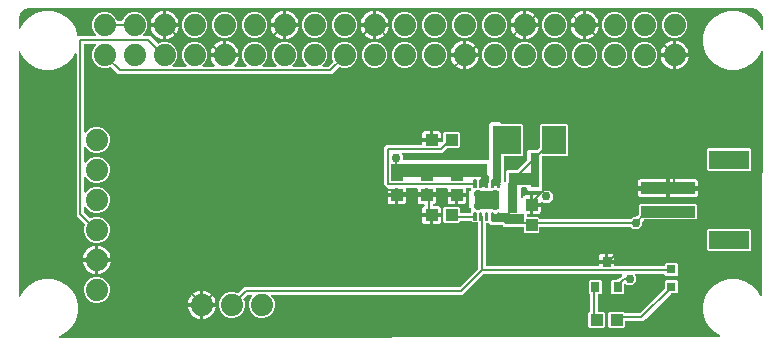
<source format=gbr>
G04 EAGLE Gerber X2 export*
%TF.Part,Single*%
%TF.FileFunction,Copper,L1,Top,Mixed*%
%TF.FilePolarity,Positive*%
%TF.GenerationSoftware,Autodesk,EAGLE,9.1.0*%
%TF.CreationDate,2019-04-25T21:03:21Z*%
G75*
%MOMM*%
%FSLAX34Y34*%
%LPD*%
%AMOC8*
5,1,8,0,0,1.08239X$1,22.5*%
G01*
%ADD10R,0.600000X5.100000*%
%ADD11R,8.200000X1.100000*%
%ADD12R,0.600000X0.900000*%
%ADD13R,2.700000X0.800000*%
%ADD14R,0.800000X2.400000*%
%ADD15R,0.800000X3.000000*%
%ADD16R,2.300000X1.000000*%
%ADD17R,1.000000X1.100000*%
%ADD18R,1.100000X1.000000*%
%ADD19C,1.879600*%
%ADD20R,4.600000X1.000000*%
%ADD21R,3.400000X1.600000*%
%ADD22R,2.000000X2.400000*%
%ADD23R,0.800000X0.800000*%
%ADD24R,0.800000X0.900000*%
%ADD25C,0.137800*%
%ADD26R,2.150000X1.600000*%
%ADD27C,0.708000*%
%ADD28C,0.152400*%
%ADD29C,0.756400*%

G36*
X603253Y11090D02*
X603253Y11090D01*
X603299Y11097D01*
X603347Y11096D01*
X603420Y11117D01*
X603495Y11130D01*
X603537Y11152D01*
X603583Y11165D01*
X603645Y11209D01*
X603712Y11245D01*
X603745Y11280D01*
X603784Y11307D01*
X603829Y11368D01*
X603882Y11424D01*
X603901Y11467D01*
X603930Y11505D01*
X603953Y11578D01*
X603985Y11647D01*
X603990Y11694D01*
X604004Y11739D01*
X604003Y11816D01*
X604012Y11892D01*
X604001Y11938D01*
X604001Y11985D01*
X603975Y12057D01*
X603959Y12132D01*
X603935Y12172D01*
X603919Y12217D01*
X603872Y12277D01*
X603832Y12343D01*
X603796Y12373D01*
X603767Y12411D01*
X603662Y12488D01*
X603645Y12502D01*
X603640Y12505D01*
X603632Y12510D01*
X599551Y14866D01*
X594866Y19551D01*
X591554Y25288D01*
X589839Y31688D01*
X589839Y38312D01*
X591554Y44712D01*
X594866Y50449D01*
X599551Y55134D01*
X605288Y58446D01*
X611688Y60161D01*
X618312Y60161D01*
X624712Y58446D01*
X630449Y55134D01*
X635134Y50449D01*
X637969Y45538D01*
X637999Y45502D01*
X638020Y45460D01*
X638076Y45407D01*
X638125Y45347D01*
X638164Y45323D01*
X638198Y45290D01*
X638268Y45258D01*
X638333Y45217D01*
X638379Y45206D01*
X638421Y45186D01*
X638497Y45177D01*
X638572Y45159D01*
X638619Y45163D01*
X638665Y45158D01*
X638741Y45174D01*
X638817Y45181D01*
X638860Y45200D01*
X638906Y45210D01*
X638972Y45249D01*
X639043Y45280D01*
X639077Y45311D01*
X639117Y45335D01*
X639167Y45393D01*
X639225Y45445D01*
X639247Y45486D01*
X639278Y45521D01*
X639307Y45593D01*
X639344Y45660D01*
X639353Y45706D01*
X639371Y45749D01*
X639386Y45882D01*
X639389Y45902D01*
X639389Y45907D01*
X639390Y45916D01*
X640082Y252607D01*
X640078Y252632D01*
X640080Y252658D01*
X640058Y252753D01*
X640043Y252850D01*
X640031Y252873D01*
X640025Y252897D01*
X639974Y252981D01*
X639928Y253068D01*
X639910Y253086D01*
X639897Y253107D01*
X639822Y253170D01*
X639751Y253238D01*
X639727Y253249D01*
X639708Y253265D01*
X639617Y253301D01*
X639528Y253342D01*
X639503Y253345D01*
X639479Y253354D01*
X639381Y253359D01*
X639283Y253370D01*
X639259Y253365D01*
X639233Y253366D01*
X639139Y253339D01*
X639043Y253319D01*
X639021Y253306D01*
X638997Y253299D01*
X638916Y253243D01*
X638831Y253193D01*
X638815Y253174D01*
X638794Y253160D01*
X638735Y253081D01*
X638671Y253007D01*
X638661Y252983D01*
X638646Y252963D01*
X638585Y252807D01*
X638446Y252288D01*
X635134Y246551D01*
X630449Y241866D01*
X624712Y238554D01*
X618312Y236839D01*
X611688Y236839D01*
X605288Y238554D01*
X599551Y241866D01*
X594866Y246551D01*
X591554Y252288D01*
X589839Y258688D01*
X589839Y265312D01*
X591554Y271712D01*
X594866Y277449D01*
X599551Y282134D01*
X605288Y285446D01*
X611688Y287161D01*
X618312Y287161D01*
X624712Y285446D01*
X630449Y282134D01*
X635134Y277449D01*
X638446Y271712D01*
X638647Y270961D01*
X638657Y270941D01*
X638660Y270918D01*
X638707Y270829D01*
X638748Y270737D01*
X638764Y270720D01*
X638774Y270700D01*
X638847Y270631D01*
X638916Y270557D01*
X638936Y270546D01*
X638952Y270530D01*
X639044Y270487D01*
X639132Y270440D01*
X639154Y270436D01*
X639175Y270426D01*
X639275Y270415D01*
X639374Y270397D01*
X639397Y270401D01*
X639419Y270398D01*
X639518Y270419D01*
X639617Y270434D01*
X639638Y270445D01*
X639660Y270449D01*
X639746Y270501D01*
X639836Y270547D01*
X639852Y270563D01*
X639871Y270575D01*
X639937Y270651D01*
X640007Y270723D01*
X640017Y270744D01*
X640032Y270761D01*
X640070Y270855D01*
X640113Y270945D01*
X640116Y270968D01*
X640125Y270989D01*
X640144Y271156D01*
X640165Y277493D01*
X640165Y277494D01*
X640172Y279666D01*
X640169Y279687D01*
X640170Y279725D01*
X640063Y281149D01*
X640061Y281155D01*
X640062Y281161D01*
X640028Y281325D01*
X639156Y284035D01*
X639139Y284067D01*
X639131Y284102D01*
X639048Y284248D01*
X637380Y286554D01*
X637354Y286579D01*
X637335Y286610D01*
X637211Y286723D01*
X634911Y288399D01*
X634878Y288416D01*
X634851Y288439D01*
X634698Y288508D01*
X631991Y289390D01*
X631986Y289390D01*
X631980Y289393D01*
X631816Y289425D01*
X630392Y289537D01*
X630370Y289535D01*
X630332Y289539D01*
X20000Y289539D01*
X19978Y289536D01*
X19940Y289537D01*
X18520Y289425D01*
X18515Y289424D01*
X18509Y289424D01*
X18345Y289390D01*
X15643Y288513D01*
X15612Y288496D01*
X15577Y288487D01*
X15431Y288404D01*
X13133Y286735D01*
X13108Y286710D01*
X13078Y286691D01*
X12965Y286567D01*
X11296Y284269D01*
X11279Y284237D01*
X11257Y284209D01*
X11187Y284057D01*
X10310Y281355D01*
X10309Y281350D01*
X10306Y281345D01*
X10275Y281180D01*
X10163Y279760D01*
X10165Y279738D01*
X10161Y279700D01*
X10161Y272140D01*
X10168Y272092D01*
X10167Y272044D01*
X10188Y271972D01*
X10200Y271897D01*
X10223Y271855D01*
X10237Y271808D01*
X10280Y271746D01*
X10316Y271679D01*
X10350Y271646D01*
X10378Y271607D01*
X10439Y271562D01*
X10494Y271510D01*
X10537Y271490D01*
X10576Y271462D01*
X10648Y271438D01*
X10717Y271406D01*
X10765Y271401D01*
X10810Y271387D01*
X10886Y271388D01*
X10961Y271379D01*
X11008Y271390D01*
X11056Y271390D01*
X11128Y271416D01*
X11202Y271432D01*
X11243Y271456D01*
X11288Y271472D01*
X11348Y271519D01*
X11413Y271558D01*
X11444Y271594D01*
X11482Y271624D01*
X11558Y271728D01*
X11573Y271745D01*
X11575Y271751D01*
X11581Y271759D01*
X14866Y277449D01*
X19551Y282134D01*
X25288Y285446D01*
X31688Y287161D01*
X38312Y287161D01*
X44712Y285446D01*
X50449Y282134D01*
X55134Y277449D01*
X58446Y271712D01*
X59921Y266207D01*
X59960Y266120D01*
X59993Y266030D01*
X60011Y266008D01*
X60022Y265983D01*
X60087Y265913D01*
X60147Y265838D01*
X60171Y265823D01*
X60190Y265802D01*
X60273Y265757D01*
X60354Y265705D01*
X60381Y265698D01*
X60406Y265685D01*
X60500Y265668D01*
X60592Y265645D01*
X60620Y265647D01*
X60648Y265643D01*
X60743Y265657D01*
X60837Y265664D01*
X60863Y265675D01*
X60891Y265680D01*
X60976Y265723D01*
X61064Y265761D01*
X61091Y265783D01*
X61110Y265792D01*
X61120Y265803D01*
X74812Y265803D01*
X74883Y265814D01*
X74955Y265816D01*
X75004Y265834D01*
X75055Y265842D01*
X75118Y265876D01*
X75186Y265901D01*
X75226Y265933D01*
X75273Y265958D01*
X75322Y266010D01*
X75378Y266054D01*
X75406Y266098D01*
X75442Y266136D01*
X75472Y266201D01*
X75511Y266261D01*
X75524Y266312D01*
X75546Y266359D01*
X75553Y266430D01*
X75571Y266500D01*
X75567Y266552D01*
X75573Y266603D01*
X75557Y266674D01*
X75552Y266745D01*
X75531Y266793D01*
X75520Y266844D01*
X75484Y266905D01*
X75455Y266971D01*
X75411Y267027D01*
X75394Y267055D01*
X75376Y267070D01*
X75351Y267102D01*
X73640Y268813D01*
X71977Y272827D01*
X71977Y277173D01*
X73640Y281187D01*
X76713Y284260D01*
X80727Y285923D01*
X85073Y285923D01*
X89087Y284260D01*
X92160Y281187D01*
X93160Y278773D01*
X93222Y278673D01*
X93282Y278573D01*
X93286Y278569D01*
X93290Y278564D01*
X93379Y278489D01*
X93468Y278413D01*
X93474Y278411D01*
X93479Y278407D01*
X93587Y278365D01*
X93697Y278321D01*
X93704Y278320D01*
X93709Y278319D01*
X93727Y278318D01*
X93863Y278303D01*
X97337Y278303D01*
X97451Y278322D01*
X97568Y278339D01*
X97573Y278341D01*
X97579Y278342D01*
X97682Y278397D01*
X97787Y278450D01*
X97791Y278455D01*
X97797Y278458D01*
X97877Y278542D01*
X97959Y278626D01*
X97963Y278632D01*
X97966Y278636D01*
X97974Y278653D01*
X98040Y278773D01*
X99040Y281187D01*
X102113Y284260D01*
X106127Y285923D01*
X110473Y285923D01*
X114487Y284260D01*
X117560Y281187D01*
X119223Y277173D01*
X119223Y272827D01*
X117560Y268813D01*
X115849Y267102D01*
X115807Y267044D01*
X115758Y266992D01*
X115736Y266945D01*
X115706Y266903D01*
X115685Y266834D01*
X115654Y266769D01*
X115649Y266717D01*
X115633Y266667D01*
X115635Y266596D01*
X115627Y266525D01*
X115638Y266474D01*
X115640Y266422D01*
X115664Y266354D01*
X115680Y266284D01*
X115706Y266239D01*
X115724Y266191D01*
X115769Y266135D01*
X115806Y266073D01*
X115845Y266039D01*
X115878Y265999D01*
X115938Y265960D01*
X115993Y265913D01*
X116041Y265894D01*
X116085Y265866D01*
X116154Y265848D01*
X116221Y265821D01*
X116292Y265813D01*
X116323Y265805D01*
X116347Y265807D01*
X116388Y265803D01*
X121368Y265803D01*
X123526Y263645D01*
X127717Y259453D01*
X127812Y259385D01*
X127906Y259315D01*
X127912Y259313D01*
X127917Y259310D01*
X128028Y259276D01*
X128140Y259239D01*
X128146Y259239D01*
X128152Y259237D01*
X128269Y259240D01*
X128386Y259242D01*
X128393Y259244D01*
X128398Y259244D01*
X128416Y259250D01*
X128547Y259288D01*
X131527Y260523D01*
X135873Y260523D01*
X139887Y258860D01*
X142960Y255787D01*
X144623Y251773D01*
X144623Y247427D01*
X142960Y243413D01*
X140649Y241102D01*
X140607Y241044D01*
X140558Y240992D01*
X140536Y240945D01*
X140506Y240903D01*
X140485Y240834D01*
X140454Y240769D01*
X140449Y240717D01*
X140433Y240667D01*
X140435Y240596D01*
X140427Y240525D01*
X140438Y240474D01*
X140440Y240422D01*
X140464Y240354D01*
X140480Y240284D01*
X140506Y240239D01*
X140524Y240191D01*
X140569Y240135D01*
X140606Y240073D01*
X140645Y240039D01*
X140678Y239999D01*
X140738Y239960D01*
X140793Y239913D01*
X140841Y239894D01*
X140885Y239866D01*
X140954Y239848D01*
X141021Y239821D01*
X141092Y239813D01*
X141123Y239805D01*
X141147Y239807D01*
X141188Y239803D01*
X151612Y239803D01*
X151683Y239814D01*
X151755Y239816D01*
X151804Y239834D01*
X151855Y239842D01*
X151918Y239876D01*
X151986Y239901D01*
X152026Y239933D01*
X152073Y239958D01*
X152122Y240010D01*
X152178Y240054D01*
X152206Y240098D01*
X152242Y240136D01*
X152272Y240201D01*
X152311Y240261D01*
X152324Y240312D01*
X152346Y240359D01*
X152353Y240430D01*
X152371Y240500D01*
X152367Y240552D01*
X152373Y240603D01*
X152357Y240674D01*
X152352Y240745D01*
X152331Y240793D01*
X152320Y240844D01*
X152284Y240905D01*
X152255Y240971D01*
X152211Y241027D01*
X152194Y241055D01*
X152176Y241070D01*
X152151Y241102D01*
X149840Y243413D01*
X148177Y247427D01*
X148177Y251773D01*
X149840Y255787D01*
X152913Y258860D01*
X156927Y260523D01*
X161273Y260523D01*
X165287Y258860D01*
X168360Y255787D01*
X170023Y251773D01*
X170023Y247427D01*
X168360Y243413D01*
X166049Y241102D01*
X166007Y241044D01*
X165958Y240992D01*
X165936Y240945D01*
X165906Y240903D01*
X165885Y240834D01*
X165854Y240769D01*
X165849Y240717D01*
X165833Y240667D01*
X165835Y240596D01*
X165827Y240525D01*
X165838Y240474D01*
X165840Y240422D01*
X165864Y240354D01*
X165880Y240284D01*
X165906Y240239D01*
X165924Y240191D01*
X165969Y240135D01*
X166006Y240073D01*
X166045Y240039D01*
X166078Y239999D01*
X166138Y239960D01*
X166193Y239913D01*
X166241Y239894D01*
X166285Y239866D01*
X166354Y239848D01*
X166421Y239821D01*
X166492Y239813D01*
X166523Y239805D01*
X166547Y239807D01*
X166588Y239803D01*
X175576Y239803D01*
X175646Y239814D01*
X175718Y239816D01*
X175767Y239834D01*
X175818Y239842D01*
X175882Y239876D01*
X175949Y239901D01*
X175990Y239933D01*
X176036Y239958D01*
X176085Y240010D01*
X176141Y240054D01*
X176169Y240098D01*
X176205Y240136D01*
X176235Y240201D01*
X176274Y240261D01*
X176287Y240312D01*
X176309Y240359D01*
X176317Y240430D01*
X176334Y240500D01*
X176330Y240552D01*
X176336Y240603D01*
X176321Y240674D01*
X176315Y240745D01*
X176295Y240793D01*
X176284Y240844D01*
X176247Y240905D01*
X176219Y240971D01*
X176174Y241027D01*
X176157Y241055D01*
X176140Y241070D01*
X176114Y241102D01*
X175394Y241822D01*
X174289Y243343D01*
X173436Y245017D01*
X172855Y246804D01*
X172654Y248077D01*
X183738Y248077D01*
X183758Y248080D01*
X183777Y248078D01*
X183879Y248100D01*
X183981Y248117D01*
X183998Y248126D01*
X184018Y248130D01*
X184107Y248183D01*
X184198Y248232D01*
X184212Y248246D01*
X184229Y248256D01*
X184296Y248335D01*
X184367Y248410D01*
X184376Y248428D01*
X184389Y248443D01*
X184427Y248539D01*
X184471Y248633D01*
X184473Y248653D01*
X184481Y248671D01*
X184499Y248838D01*
X184499Y249601D01*
X184501Y249601D01*
X184501Y248838D01*
X184504Y248818D01*
X184502Y248799D01*
X184524Y248697D01*
X184541Y248595D01*
X184550Y248578D01*
X184554Y248558D01*
X184607Y248469D01*
X184656Y248378D01*
X184670Y248364D01*
X184680Y248347D01*
X184759Y248280D01*
X184834Y248209D01*
X184852Y248200D01*
X184867Y248187D01*
X184963Y248148D01*
X185057Y248105D01*
X185077Y248103D01*
X185095Y248095D01*
X185262Y248077D01*
X196346Y248077D01*
X196145Y246804D01*
X195564Y245017D01*
X194711Y243343D01*
X193606Y241822D01*
X192886Y241102D01*
X192844Y241044D01*
X192795Y240992D01*
X192773Y240945D01*
X192743Y240903D01*
X192722Y240834D01*
X192691Y240769D01*
X192686Y240717D01*
X192670Y240667D01*
X192672Y240596D01*
X192664Y240525D01*
X192675Y240474D01*
X192677Y240422D01*
X192701Y240354D01*
X192716Y240284D01*
X192743Y240239D01*
X192761Y240191D01*
X192806Y240135D01*
X192843Y240073D01*
X192882Y240039D01*
X192915Y239999D01*
X192975Y239960D01*
X193030Y239913D01*
X193078Y239894D01*
X193122Y239866D01*
X193191Y239848D01*
X193258Y239821D01*
X193329Y239813D01*
X193360Y239805D01*
X193384Y239807D01*
X193424Y239803D01*
X202412Y239803D01*
X202483Y239814D01*
X202555Y239816D01*
X202604Y239834D01*
X202655Y239842D01*
X202718Y239876D01*
X202786Y239901D01*
X202826Y239933D01*
X202873Y239958D01*
X202922Y240010D01*
X202978Y240054D01*
X203006Y240098D01*
X203042Y240136D01*
X203072Y240201D01*
X203111Y240261D01*
X203124Y240312D01*
X203146Y240359D01*
X203153Y240430D01*
X203171Y240500D01*
X203167Y240552D01*
X203173Y240603D01*
X203157Y240674D01*
X203152Y240745D01*
X203131Y240793D01*
X203120Y240844D01*
X203084Y240905D01*
X203055Y240971D01*
X203011Y241027D01*
X202994Y241055D01*
X202976Y241070D01*
X202951Y241102D01*
X200640Y243413D01*
X198977Y247427D01*
X198977Y251773D01*
X200640Y255787D01*
X203713Y258860D01*
X207727Y260523D01*
X212073Y260523D01*
X216087Y258860D01*
X219160Y255787D01*
X220823Y251773D01*
X220823Y247427D01*
X219160Y243413D01*
X216849Y241102D01*
X216807Y241044D01*
X216758Y240992D01*
X216736Y240945D01*
X216706Y240903D01*
X216685Y240834D01*
X216654Y240769D01*
X216649Y240717D01*
X216633Y240667D01*
X216635Y240596D01*
X216627Y240525D01*
X216638Y240474D01*
X216640Y240422D01*
X216664Y240354D01*
X216680Y240284D01*
X216706Y240239D01*
X216724Y240191D01*
X216769Y240135D01*
X216806Y240073D01*
X216845Y240039D01*
X216878Y239999D01*
X216938Y239960D01*
X216993Y239913D01*
X217041Y239894D01*
X217085Y239866D01*
X217154Y239848D01*
X217221Y239821D01*
X217292Y239813D01*
X217323Y239805D01*
X217347Y239807D01*
X217388Y239803D01*
X227812Y239803D01*
X227883Y239814D01*
X227955Y239816D01*
X228004Y239834D01*
X228055Y239842D01*
X228118Y239876D01*
X228186Y239901D01*
X228226Y239933D01*
X228273Y239958D01*
X228322Y240010D01*
X228378Y240054D01*
X228406Y240098D01*
X228442Y240136D01*
X228472Y240201D01*
X228511Y240261D01*
X228524Y240312D01*
X228546Y240359D01*
X228553Y240430D01*
X228571Y240500D01*
X228567Y240552D01*
X228573Y240603D01*
X228557Y240674D01*
X228552Y240745D01*
X228531Y240793D01*
X228520Y240844D01*
X228484Y240905D01*
X228455Y240971D01*
X228411Y241027D01*
X228394Y241055D01*
X228376Y241070D01*
X228351Y241102D01*
X226040Y243413D01*
X224377Y247427D01*
X224377Y251773D01*
X226040Y255787D01*
X229113Y258860D01*
X233127Y260523D01*
X237473Y260523D01*
X241487Y258860D01*
X244560Y255787D01*
X246223Y251773D01*
X246223Y247427D01*
X244560Y243413D01*
X242249Y241102D01*
X242207Y241044D01*
X242158Y240992D01*
X242136Y240945D01*
X242106Y240903D01*
X242085Y240834D01*
X242054Y240769D01*
X242049Y240717D01*
X242033Y240667D01*
X242035Y240596D01*
X242027Y240525D01*
X242038Y240474D01*
X242040Y240422D01*
X242064Y240354D01*
X242080Y240284D01*
X242106Y240239D01*
X242124Y240191D01*
X242169Y240135D01*
X242206Y240073D01*
X242245Y240039D01*
X242278Y239999D01*
X242338Y239960D01*
X242393Y239913D01*
X242441Y239894D01*
X242485Y239866D01*
X242554Y239848D01*
X242621Y239821D01*
X242692Y239813D01*
X242723Y239805D01*
X242747Y239807D01*
X242788Y239803D01*
X253212Y239803D01*
X253283Y239814D01*
X253355Y239816D01*
X253404Y239834D01*
X253455Y239842D01*
X253518Y239876D01*
X253586Y239901D01*
X253626Y239933D01*
X253673Y239958D01*
X253722Y240010D01*
X253778Y240054D01*
X253806Y240098D01*
X253842Y240136D01*
X253872Y240201D01*
X253911Y240261D01*
X253924Y240312D01*
X253946Y240359D01*
X253953Y240430D01*
X253971Y240500D01*
X253967Y240552D01*
X253973Y240603D01*
X253957Y240674D01*
X253952Y240745D01*
X253931Y240793D01*
X253920Y240844D01*
X253884Y240905D01*
X253855Y240971D01*
X253811Y241027D01*
X253794Y241055D01*
X253776Y241070D01*
X253751Y241102D01*
X251440Y243413D01*
X249777Y247427D01*
X249777Y251773D01*
X251440Y255787D01*
X254513Y258860D01*
X258527Y260523D01*
X262873Y260523D01*
X266887Y258860D01*
X269960Y255787D01*
X271623Y251773D01*
X271623Y247427D01*
X269960Y243413D01*
X267649Y241102D01*
X267607Y241044D01*
X267558Y240992D01*
X267536Y240945D01*
X267506Y240903D01*
X267485Y240834D01*
X267454Y240769D01*
X267449Y240717D01*
X267433Y240667D01*
X267435Y240596D01*
X267427Y240525D01*
X267438Y240474D01*
X267440Y240422D01*
X267464Y240354D01*
X267480Y240284D01*
X267506Y240239D01*
X267524Y240191D01*
X267569Y240135D01*
X267606Y240073D01*
X267645Y240039D01*
X267678Y239999D01*
X267738Y239960D01*
X267793Y239913D01*
X267841Y239894D01*
X267885Y239866D01*
X267954Y239848D01*
X268021Y239821D01*
X268092Y239813D01*
X268123Y239805D01*
X268147Y239807D01*
X268188Y239803D01*
X272317Y239803D01*
X272407Y239817D01*
X272498Y239825D01*
X272527Y239837D01*
X272559Y239842D01*
X272640Y239885D01*
X272724Y239921D01*
X272756Y239947D01*
X272777Y239958D01*
X272799Y239981D01*
X272855Y240026D01*
X276305Y243476D01*
X276373Y243570D01*
X276443Y243665D01*
X276445Y243671D01*
X276449Y243676D01*
X276483Y243787D01*
X276519Y243899D01*
X276519Y243905D01*
X276521Y243911D01*
X276518Y244028D01*
X276517Y244145D01*
X276515Y244152D01*
X276515Y244157D01*
X276508Y244174D01*
X276470Y244306D01*
X275177Y247427D01*
X275177Y251773D01*
X276840Y255787D01*
X279913Y258860D01*
X283927Y260523D01*
X288273Y260523D01*
X292287Y258860D01*
X295360Y255787D01*
X297023Y251773D01*
X297023Y247427D01*
X295360Y243413D01*
X292287Y240340D01*
X288273Y238677D01*
X283927Y238677D01*
X282220Y239385D01*
X282106Y239411D01*
X281993Y239440D01*
X281987Y239439D01*
X281980Y239441D01*
X281864Y239430D01*
X281748Y239421D01*
X281742Y239418D01*
X281736Y239418D01*
X281628Y239370D01*
X281521Y239324D01*
X281515Y239320D01*
X281511Y239318D01*
X281497Y239305D01*
X281390Y239220D01*
X277526Y235355D01*
X275368Y233197D01*
X94632Y233197D01*
X88317Y239512D01*
X88223Y239580D01*
X88128Y239650D01*
X88122Y239652D01*
X88117Y239656D01*
X88006Y239690D01*
X87894Y239727D01*
X87888Y239726D01*
X87882Y239728D01*
X87765Y239725D01*
X87648Y239724D01*
X87641Y239722D01*
X87636Y239722D01*
X87619Y239716D01*
X87487Y239677D01*
X85073Y238677D01*
X80727Y238677D01*
X76713Y240340D01*
X73640Y243413D01*
X71977Y247427D01*
X71977Y251773D01*
X73640Y255787D01*
X75751Y257898D01*
X75793Y257956D01*
X75842Y258008D01*
X75864Y258055D01*
X75894Y258097D01*
X75915Y258166D01*
X75946Y258231D01*
X75951Y258283D01*
X75967Y258333D01*
X75965Y258404D01*
X75973Y258475D01*
X75962Y258526D01*
X75960Y258578D01*
X75936Y258646D01*
X75920Y258716D01*
X75894Y258761D01*
X75876Y258809D01*
X75831Y258865D01*
X75794Y258927D01*
X75755Y258961D01*
X75722Y259001D01*
X75662Y259040D01*
X75607Y259087D01*
X75559Y259106D01*
X75515Y259134D01*
X75446Y259152D01*
X75379Y259179D01*
X75308Y259187D01*
X75277Y259195D01*
X75253Y259193D01*
X75212Y259197D01*
X66564Y259197D01*
X66544Y259194D01*
X66525Y259196D01*
X66423Y259174D01*
X66321Y259158D01*
X66304Y259148D01*
X66284Y259144D01*
X66195Y259091D01*
X66104Y259042D01*
X66090Y259028D01*
X66073Y259018D01*
X66006Y258939D01*
X65934Y258864D01*
X65926Y258846D01*
X65913Y258831D01*
X65874Y258735D01*
X65831Y258641D01*
X65829Y258621D01*
X65821Y258603D01*
X65803Y258436D01*
X65803Y184688D01*
X65814Y184617D01*
X65816Y184545D01*
X65834Y184496D01*
X65842Y184445D01*
X65876Y184382D01*
X65901Y184314D01*
X65933Y184274D01*
X65958Y184227D01*
X66010Y184178D01*
X66054Y184122D01*
X66098Y184094D01*
X66136Y184058D01*
X66201Y184028D01*
X66261Y183989D01*
X66312Y183976D01*
X66359Y183954D01*
X66430Y183947D01*
X66500Y183929D01*
X66552Y183933D01*
X66603Y183927D01*
X66674Y183943D01*
X66745Y183948D01*
X66793Y183969D01*
X66844Y183980D01*
X66905Y184016D01*
X66971Y184045D01*
X67027Y184089D01*
X67055Y184106D01*
X67070Y184124D01*
X67102Y184149D01*
X70013Y187060D01*
X74027Y188723D01*
X78373Y188723D01*
X82387Y187060D01*
X85460Y183987D01*
X87123Y179973D01*
X87123Y175627D01*
X85460Y171613D01*
X82387Y168540D01*
X78373Y166877D01*
X74027Y166877D01*
X70013Y168540D01*
X67102Y171451D01*
X67044Y171493D01*
X66992Y171542D01*
X66945Y171564D01*
X66903Y171594D01*
X66834Y171615D01*
X66769Y171646D01*
X66717Y171651D01*
X66667Y171667D01*
X66596Y171665D01*
X66525Y171673D01*
X66474Y171662D01*
X66422Y171660D01*
X66354Y171636D01*
X66284Y171620D01*
X66239Y171594D01*
X66191Y171576D01*
X66135Y171531D01*
X66073Y171494D01*
X66039Y171455D01*
X65999Y171422D01*
X65960Y171362D01*
X65913Y171307D01*
X65894Y171259D01*
X65866Y171215D01*
X65848Y171146D01*
X65821Y171079D01*
X65813Y171008D01*
X65805Y170977D01*
X65807Y170953D01*
X65803Y170912D01*
X65803Y159288D01*
X65814Y159217D01*
X65816Y159145D01*
X65834Y159096D01*
X65842Y159045D01*
X65876Y158982D01*
X65901Y158914D01*
X65933Y158874D01*
X65958Y158827D01*
X66010Y158778D01*
X66054Y158722D01*
X66098Y158694D01*
X66136Y158658D01*
X66201Y158628D01*
X66261Y158589D01*
X66312Y158576D01*
X66359Y158554D01*
X66430Y158547D01*
X66500Y158529D01*
X66552Y158533D01*
X66603Y158527D01*
X66674Y158543D01*
X66745Y158548D01*
X66793Y158569D01*
X66844Y158580D01*
X66905Y158616D01*
X66971Y158645D01*
X67027Y158689D01*
X67055Y158706D01*
X67070Y158724D01*
X67102Y158749D01*
X70013Y161660D01*
X74027Y163323D01*
X78373Y163323D01*
X82387Y161660D01*
X85460Y158587D01*
X87123Y154573D01*
X87123Y150227D01*
X85460Y146213D01*
X82387Y143140D01*
X78373Y141477D01*
X74027Y141477D01*
X70013Y143140D01*
X67102Y146051D01*
X67044Y146093D01*
X66992Y146142D01*
X66945Y146164D01*
X66903Y146194D01*
X66834Y146215D01*
X66769Y146246D01*
X66717Y146251D01*
X66667Y146267D01*
X66596Y146265D01*
X66525Y146273D01*
X66474Y146262D01*
X66422Y146260D01*
X66354Y146236D01*
X66284Y146220D01*
X66239Y146194D01*
X66191Y146176D01*
X66135Y146131D01*
X66073Y146094D01*
X66039Y146055D01*
X65999Y146022D01*
X65960Y145962D01*
X65913Y145907D01*
X65894Y145859D01*
X65866Y145815D01*
X65848Y145746D01*
X65821Y145679D01*
X65813Y145608D01*
X65805Y145577D01*
X65807Y145553D01*
X65803Y145512D01*
X65803Y133888D01*
X65814Y133817D01*
X65816Y133745D01*
X65834Y133696D01*
X65842Y133645D01*
X65876Y133582D01*
X65901Y133514D01*
X65933Y133474D01*
X65958Y133427D01*
X66010Y133378D01*
X66054Y133322D01*
X66098Y133294D01*
X66136Y133258D01*
X66201Y133228D01*
X66261Y133189D01*
X66312Y133176D01*
X66359Y133154D01*
X66430Y133147D01*
X66500Y133129D01*
X66552Y133133D01*
X66603Y133127D01*
X66674Y133143D01*
X66745Y133148D01*
X66793Y133169D01*
X66844Y133180D01*
X66905Y133216D01*
X66971Y133245D01*
X67027Y133289D01*
X67055Y133306D01*
X67070Y133324D01*
X67102Y133349D01*
X70013Y136260D01*
X74027Y137923D01*
X78373Y137923D01*
X82387Y136260D01*
X85460Y133187D01*
X87123Y129173D01*
X87123Y124827D01*
X85460Y120813D01*
X82387Y117740D01*
X78373Y116077D01*
X74027Y116077D01*
X70013Y117740D01*
X67102Y120651D01*
X67044Y120693D01*
X66992Y120742D01*
X66945Y120764D01*
X66903Y120794D01*
X66834Y120815D01*
X66769Y120846D01*
X66717Y120851D01*
X66667Y120867D01*
X66596Y120865D01*
X66525Y120873D01*
X66474Y120862D01*
X66422Y120860D01*
X66354Y120836D01*
X66284Y120820D01*
X66239Y120794D01*
X66191Y120776D01*
X66135Y120731D01*
X66073Y120694D01*
X66039Y120655D01*
X65999Y120622D01*
X65960Y120562D01*
X65913Y120507D01*
X65894Y120459D01*
X65866Y120415D01*
X65848Y120346D01*
X65821Y120279D01*
X65813Y120208D01*
X65805Y120177D01*
X65807Y120153D01*
X65803Y120112D01*
X65803Y116683D01*
X65817Y116593D01*
X65825Y116502D01*
X65837Y116473D01*
X65842Y116441D01*
X65885Y116360D01*
X65921Y116276D01*
X65947Y116244D01*
X65958Y116223D01*
X65981Y116201D01*
X66026Y116145D01*
X70571Y111600D01*
X70665Y111532D01*
X70760Y111462D01*
X70766Y111460D01*
X70771Y111456D01*
X70882Y111422D01*
X70994Y111386D01*
X71000Y111386D01*
X71006Y111384D01*
X71123Y111387D01*
X71240Y111388D01*
X71247Y111390D01*
X71252Y111390D01*
X71269Y111397D01*
X71401Y111435D01*
X74027Y112523D01*
X78373Y112523D01*
X82387Y110860D01*
X85460Y107787D01*
X87123Y103773D01*
X87123Y99427D01*
X85460Y95413D01*
X82387Y92340D01*
X78373Y90677D01*
X74027Y90677D01*
X70013Y92340D01*
X66940Y95413D01*
X65277Y99427D01*
X65277Y103773D01*
X66190Y105975D01*
X66216Y106089D01*
X66245Y106202D01*
X66244Y106208D01*
X66246Y106215D01*
X66235Y106331D01*
X66226Y106447D01*
X66223Y106453D01*
X66223Y106459D01*
X66175Y106567D01*
X66129Y106674D01*
X66125Y106680D01*
X66123Y106684D01*
X66110Y106698D01*
X66025Y106805D01*
X59197Y113632D01*
X59197Y250748D01*
X59190Y250796D01*
X59191Y250844D01*
X59170Y250916D01*
X59158Y250991D01*
X59135Y251033D01*
X59121Y251080D01*
X59078Y251142D01*
X59042Y251209D01*
X59008Y251242D01*
X58980Y251281D01*
X58919Y251326D01*
X58864Y251378D01*
X58821Y251398D01*
X58782Y251426D01*
X58710Y251450D01*
X58641Y251482D01*
X58593Y251487D01*
X58548Y251501D01*
X58472Y251500D01*
X58397Y251509D01*
X58350Y251498D01*
X58302Y251498D01*
X58230Y251472D01*
X58156Y251456D01*
X58115Y251432D01*
X58070Y251416D01*
X58010Y251369D01*
X57945Y251330D01*
X57914Y251294D01*
X57876Y251264D01*
X57800Y251160D01*
X57785Y251143D01*
X57783Y251137D01*
X57777Y251129D01*
X55134Y246551D01*
X50449Y241866D01*
X44712Y238554D01*
X38312Y236839D01*
X31688Y236839D01*
X25288Y238554D01*
X19551Y241866D01*
X14866Y246551D01*
X11581Y252241D01*
X11551Y252278D01*
X11528Y252321D01*
X11473Y252373D01*
X11425Y252431D01*
X11385Y252457D01*
X11350Y252490D01*
X11281Y252522D01*
X11217Y252562D01*
X11170Y252573D01*
X11127Y252594D01*
X11052Y252602D01*
X10978Y252620D01*
X10930Y252615D01*
X10883Y252621D01*
X10808Y252605D01*
X10733Y252598D01*
X10689Y252579D01*
X10642Y252568D01*
X10577Y252529D01*
X10508Y252499D01*
X10472Y252467D01*
X10431Y252442D01*
X10382Y252385D01*
X10326Y252334D01*
X10302Y252292D01*
X10271Y252255D01*
X10243Y252185D01*
X10206Y252119D01*
X10197Y252072D01*
X10179Y252027D01*
X10165Y251899D01*
X10161Y251877D01*
X10162Y251870D01*
X10161Y251860D01*
X10161Y45140D01*
X10168Y45092D01*
X10167Y45044D01*
X10188Y44972D01*
X10200Y44897D01*
X10223Y44854D01*
X10237Y44808D01*
X10280Y44746D01*
X10316Y44679D01*
X10350Y44646D01*
X10378Y44607D01*
X10439Y44562D01*
X10494Y44510D01*
X10537Y44490D01*
X10576Y44461D01*
X10648Y44438D01*
X10717Y44406D01*
X10765Y44401D01*
X10810Y44387D01*
X10886Y44388D01*
X10961Y44379D01*
X11008Y44390D01*
X11056Y44390D01*
X11128Y44415D01*
X11202Y44432D01*
X11243Y44456D01*
X11288Y44472D01*
X11348Y44519D01*
X11413Y44558D01*
X11444Y44594D01*
X11482Y44624D01*
X11558Y44728D01*
X11573Y44745D01*
X11575Y44751D01*
X11581Y44759D01*
X14866Y50449D01*
X19551Y55134D01*
X25288Y58446D01*
X31688Y60161D01*
X38312Y60161D01*
X44712Y58446D01*
X50449Y55134D01*
X55134Y50449D01*
X58446Y44712D01*
X60161Y38312D01*
X60161Y31688D01*
X58446Y25288D01*
X55134Y19551D01*
X50449Y14866D01*
X44880Y11651D01*
X44842Y11620D01*
X44799Y11597D01*
X44747Y11543D01*
X44689Y11495D01*
X44664Y11454D01*
X44630Y11419D01*
X44599Y11351D01*
X44559Y11287D01*
X44547Y11240D01*
X44527Y11196D01*
X44519Y11121D01*
X44501Y11048D01*
X44505Y10999D01*
X44500Y10951D01*
X44516Y10878D01*
X44523Y10803D01*
X44542Y10758D01*
X44553Y10711D01*
X44591Y10646D01*
X44622Y10577D01*
X44654Y10541D01*
X44679Y10500D01*
X44736Y10451D01*
X44787Y10395D01*
X44830Y10372D01*
X44866Y10340D01*
X44936Y10312D01*
X45002Y10276D01*
X45050Y10267D01*
X45095Y10249D01*
X45221Y10235D01*
X45244Y10231D01*
X45251Y10232D01*
X45262Y10230D01*
X603253Y11090D01*
G37*
%LPC*%
G36*
X188327Y27177D02*
X188327Y27177D01*
X184313Y28840D01*
X181240Y31913D01*
X179577Y35927D01*
X179577Y40273D01*
X181240Y44287D01*
X184313Y47360D01*
X188327Y49023D01*
X192673Y49023D01*
X195158Y47993D01*
X195272Y47967D01*
X195385Y47938D01*
X195391Y47939D01*
X195397Y47937D01*
X195514Y47948D01*
X195630Y47957D01*
X195636Y47960D01*
X195642Y47960D01*
X195750Y48008D01*
X195857Y48053D01*
X195862Y48058D01*
X195867Y48060D01*
X195881Y48073D01*
X195988Y48158D01*
X201132Y53303D01*
X383317Y53303D01*
X383407Y53317D01*
X383498Y53325D01*
X383527Y53337D01*
X383559Y53342D01*
X383640Y53385D01*
X383724Y53421D01*
X383756Y53447D01*
X383777Y53458D01*
X383799Y53481D01*
X383855Y53526D01*
X398974Y68645D01*
X399027Y68719D01*
X399087Y68788D01*
X399099Y68819D01*
X399118Y68845D01*
X399145Y68932D01*
X399179Y69017D01*
X399183Y69058D01*
X399190Y69080D01*
X399189Y69112D01*
X399197Y69183D01*
X399197Y107257D01*
X399186Y107327D01*
X399184Y107399D01*
X399166Y107448D01*
X399158Y107500D01*
X399124Y107563D01*
X399099Y107630D01*
X399067Y107671D01*
X399042Y107717D01*
X398991Y107766D01*
X398946Y107822D01*
X398902Y107850D01*
X398864Y107886D01*
X398799Y107916D01*
X398739Y107955D01*
X398688Y107968D01*
X398641Y107990D01*
X398570Y107998D01*
X398500Y108015D01*
X398448Y108011D01*
X398397Y108017D01*
X398326Y108002D01*
X398255Y107996D01*
X398207Y107976D01*
X398156Y107965D01*
X398095Y107928D01*
X398029Y107900D01*
X397973Y107855D01*
X397945Y107839D01*
X397934Y107825D01*
X394872Y107825D01*
X393723Y108974D01*
X393649Y109027D01*
X393580Y109087D01*
X393549Y109099D01*
X393523Y109118D01*
X393436Y109145D01*
X393351Y109179D01*
X393310Y109183D01*
X393288Y109190D01*
X393256Y109189D01*
X393185Y109197D01*
X384586Y109197D01*
X384566Y109194D01*
X384547Y109196D01*
X384445Y109174D01*
X384343Y109158D01*
X384326Y109148D01*
X384306Y109144D01*
X384217Y109091D01*
X384126Y109042D01*
X384112Y109028D01*
X384095Y109018D01*
X384028Y108939D01*
X383956Y108864D01*
X383948Y108846D01*
X383935Y108831D01*
X383900Y108744D01*
X382932Y107775D01*
X370668Y107775D01*
X369775Y108668D01*
X369775Y119932D01*
X370668Y120825D01*
X382932Y120825D01*
X383825Y119932D01*
X383825Y116564D01*
X383828Y116544D01*
X383826Y116525D01*
X383848Y116423D01*
X383864Y116321D01*
X383874Y116304D01*
X383878Y116284D01*
X383931Y116195D01*
X383980Y116104D01*
X383994Y116090D01*
X384004Y116073D01*
X384083Y116006D01*
X384158Y115934D01*
X384176Y115926D01*
X384191Y115913D01*
X384287Y115874D01*
X384381Y115831D01*
X384401Y115829D01*
X384419Y115821D01*
X384586Y115803D01*
X392814Y115803D01*
X392834Y115806D01*
X392853Y115804D01*
X392955Y115826D01*
X393057Y115842D01*
X393074Y115852D01*
X393094Y115856D01*
X393183Y115909D01*
X393274Y115958D01*
X393288Y115972D01*
X393305Y115982D01*
X393372Y116061D01*
X393444Y116136D01*
X393452Y116154D01*
X393465Y116169D01*
X393504Y116265D01*
X393547Y116359D01*
X393549Y116379D01*
X393557Y116397D01*
X393575Y116564D01*
X393575Y117308D01*
X393557Y117421D01*
X393541Y117535D01*
X393537Y117544D01*
X393536Y117551D01*
X393525Y117570D01*
X393473Y117689D01*
X393282Y118019D01*
X393109Y118666D01*
X393109Y119188D01*
X393106Y119208D01*
X393108Y119227D01*
X393086Y119329D01*
X393070Y119431D01*
X393060Y119448D01*
X393056Y119468D01*
X393003Y119557D01*
X392954Y119648D01*
X392940Y119662D01*
X392930Y119679D01*
X392851Y119746D01*
X392776Y119818D01*
X392758Y119826D01*
X392743Y119839D01*
X392647Y119878D01*
X392553Y119921D01*
X392533Y119923D01*
X392515Y119931D01*
X392348Y119949D01*
X391350Y119949D01*
X391349Y119950D01*
X391349Y134050D01*
X391350Y134051D01*
X392348Y134051D01*
X392368Y134054D01*
X392387Y134052D01*
X392489Y134074D01*
X392591Y134090D01*
X392608Y134100D01*
X392628Y134104D01*
X392717Y134157D01*
X392808Y134206D01*
X392822Y134220D01*
X392839Y134230D01*
X392906Y134309D01*
X392978Y134384D01*
X392986Y134402D01*
X392999Y134417D01*
X393038Y134513D01*
X393081Y134607D01*
X393083Y134627D01*
X393091Y134645D01*
X393109Y134812D01*
X393109Y135334D01*
X393218Y135739D01*
X393230Y135858D01*
X393243Y135975D01*
X393242Y135980D01*
X393242Y135984D01*
X393216Y136099D01*
X393190Y136216D01*
X393188Y136219D01*
X393187Y136223D01*
X393125Y136325D01*
X393064Y136427D01*
X393061Y136430D01*
X393059Y136433D01*
X392968Y136510D01*
X392877Y136587D01*
X392873Y136588D01*
X392870Y136591D01*
X392760Y136634D01*
X392649Y136679D01*
X392644Y136679D01*
X392641Y136681D01*
X392627Y136681D01*
X392482Y136697D01*
X389302Y136697D01*
X389282Y136694D01*
X389263Y136696D01*
X389161Y136674D01*
X389059Y136658D01*
X389042Y136648D01*
X389022Y136644D01*
X388933Y136591D01*
X388842Y136542D01*
X388828Y136528D01*
X388811Y136518D01*
X388744Y136439D01*
X388672Y136364D01*
X388664Y136346D01*
X388651Y136331D01*
X388612Y136235D01*
X388569Y136141D01*
X388567Y136121D01*
X388559Y136103D01*
X388541Y135936D01*
X388541Y132723D01*
X381762Y132723D01*
X381742Y132720D01*
X381723Y132722D01*
X381621Y132700D01*
X381519Y132683D01*
X381502Y132674D01*
X381482Y132670D01*
X381393Y132617D01*
X381302Y132568D01*
X381288Y132554D01*
X381271Y132544D01*
X381204Y132465D01*
X381133Y132390D01*
X381124Y132372D01*
X381111Y132357D01*
X381072Y132261D01*
X381029Y132167D01*
X381027Y132147D01*
X381019Y132129D01*
X381001Y131962D01*
X381001Y131199D01*
X380999Y131199D01*
X380999Y131962D01*
X380996Y131982D01*
X380998Y132001D01*
X380976Y132103D01*
X380959Y132205D01*
X380950Y132222D01*
X380946Y132242D01*
X380893Y132331D01*
X380844Y132422D01*
X380830Y132436D01*
X380820Y132453D01*
X380741Y132520D01*
X380666Y132591D01*
X380648Y132600D01*
X380633Y132613D01*
X380537Y132652D01*
X380443Y132695D01*
X380423Y132697D01*
X380405Y132705D01*
X380238Y132723D01*
X373459Y132723D01*
X373459Y135936D01*
X373456Y135956D01*
X373458Y135975D01*
X373436Y136077D01*
X373420Y136179D01*
X373410Y136196D01*
X373406Y136216D01*
X373353Y136305D01*
X373304Y136396D01*
X373290Y136410D01*
X373280Y136427D01*
X373201Y136494D01*
X373126Y136566D01*
X373108Y136574D01*
X373093Y136587D01*
X372997Y136626D01*
X372903Y136669D01*
X372883Y136671D01*
X372865Y136679D01*
X372698Y136697D01*
X363902Y136697D01*
X363882Y136694D01*
X363863Y136696D01*
X363761Y136674D01*
X363659Y136658D01*
X363642Y136648D01*
X363622Y136644D01*
X363533Y136591D01*
X363442Y136542D01*
X363428Y136528D01*
X363411Y136518D01*
X363344Y136439D01*
X363272Y136364D01*
X363264Y136346D01*
X363251Y136331D01*
X363212Y136235D01*
X363169Y136141D01*
X363167Y136121D01*
X363159Y136103D01*
X363141Y135936D01*
X363141Y132723D01*
X357123Y132723D01*
X357123Y135936D01*
X357120Y135956D01*
X357122Y135975D01*
X357100Y136077D01*
X357083Y136179D01*
X357074Y136196D01*
X357070Y136216D01*
X357017Y136305D01*
X356968Y136396D01*
X356954Y136410D01*
X356944Y136427D01*
X356865Y136494D01*
X356790Y136566D01*
X356772Y136574D01*
X356757Y136587D01*
X356661Y136626D01*
X356567Y136669D01*
X356547Y136671D01*
X356529Y136679D01*
X356362Y136697D01*
X354838Y136697D01*
X354818Y136694D01*
X354799Y136696D01*
X354697Y136674D01*
X354595Y136658D01*
X354578Y136648D01*
X354558Y136644D01*
X354469Y136591D01*
X354378Y136542D01*
X354364Y136528D01*
X354347Y136518D01*
X354280Y136439D01*
X354209Y136364D01*
X354200Y136346D01*
X354187Y136331D01*
X354148Y136235D01*
X354105Y136141D01*
X354103Y136121D01*
X354095Y136103D01*
X354077Y135936D01*
X354077Y132723D01*
X348059Y132723D01*
X348059Y135936D01*
X348056Y135956D01*
X348058Y135975D01*
X348036Y136077D01*
X348020Y136179D01*
X348010Y136196D01*
X348006Y136216D01*
X347953Y136305D01*
X347904Y136396D01*
X347890Y136410D01*
X347880Y136427D01*
X347801Y136494D01*
X347726Y136566D01*
X347708Y136574D01*
X347693Y136587D01*
X347597Y136626D01*
X347503Y136669D01*
X347483Y136671D01*
X347465Y136679D01*
X347298Y136697D01*
X338502Y136697D01*
X338482Y136694D01*
X338463Y136696D01*
X338361Y136674D01*
X338259Y136658D01*
X338242Y136648D01*
X338222Y136644D01*
X338133Y136591D01*
X338042Y136542D01*
X338028Y136528D01*
X338011Y136518D01*
X337944Y136439D01*
X337872Y136364D01*
X337864Y136346D01*
X337851Y136331D01*
X337812Y136235D01*
X337769Y136141D01*
X337767Y136121D01*
X337759Y136103D01*
X337741Y135936D01*
X337741Y132723D01*
X331723Y132723D01*
X331723Y135936D01*
X331720Y135956D01*
X331722Y135975D01*
X331700Y136077D01*
X331683Y136179D01*
X331674Y136196D01*
X331670Y136216D01*
X331617Y136305D01*
X331568Y136396D01*
X331554Y136410D01*
X331544Y136427D01*
X331465Y136494D01*
X331390Y136566D01*
X331372Y136574D01*
X331357Y136587D01*
X331261Y136626D01*
X331167Y136669D01*
X331147Y136671D01*
X331129Y136679D01*
X330962Y136697D01*
X329438Y136697D01*
X329418Y136694D01*
X329399Y136696D01*
X329297Y136674D01*
X329195Y136658D01*
X329178Y136648D01*
X329158Y136644D01*
X329069Y136591D01*
X328978Y136542D01*
X328964Y136528D01*
X328947Y136518D01*
X328880Y136439D01*
X328809Y136364D01*
X328800Y136346D01*
X328787Y136331D01*
X328748Y136235D01*
X328705Y136141D01*
X328703Y136121D01*
X328695Y136103D01*
X328677Y135936D01*
X328677Y132723D01*
X322659Y132723D01*
X322659Y135936D01*
X322656Y135956D01*
X322658Y135975D01*
X322636Y136077D01*
X322620Y136179D01*
X322610Y136196D01*
X322606Y136216D01*
X322553Y136305D01*
X322504Y136396D01*
X322490Y136410D01*
X322480Y136427D01*
X322401Y136494D01*
X322326Y136566D01*
X322308Y136574D01*
X322293Y136587D01*
X322197Y136626D01*
X322103Y136669D01*
X322083Y136671D01*
X322065Y136679D01*
X321898Y136697D01*
X321132Y136697D01*
X319197Y138632D01*
X319197Y171368D01*
X321132Y173303D01*
X350998Y173303D01*
X351018Y173306D01*
X351037Y173304D01*
X351139Y173326D01*
X351241Y173342D01*
X351258Y173352D01*
X351278Y173356D01*
X351367Y173409D01*
X351458Y173458D01*
X351472Y173472D01*
X351489Y173482D01*
X351556Y173561D01*
X351628Y173636D01*
X351636Y173654D01*
X351649Y173669D01*
X351688Y173765D01*
X351731Y173859D01*
X351733Y173879D01*
X351741Y173897D01*
X351759Y174064D01*
X351759Y176277D01*
X359038Y176277D01*
X359058Y176280D01*
X359077Y176278D01*
X359179Y176300D01*
X359281Y176317D01*
X359298Y176326D01*
X359318Y176330D01*
X359407Y176383D01*
X359498Y176432D01*
X359512Y176446D01*
X359529Y176456D01*
X359596Y176535D01*
X359667Y176610D01*
X359676Y176628D01*
X359689Y176643D01*
X359727Y176739D01*
X359771Y176833D01*
X359773Y176853D01*
X359781Y176871D01*
X359799Y177038D01*
X359799Y177801D01*
X359801Y177801D01*
X359801Y177038D01*
X359804Y177018D01*
X359802Y176999D01*
X359824Y176897D01*
X359841Y176795D01*
X359850Y176778D01*
X359854Y176758D01*
X359907Y176669D01*
X359956Y176578D01*
X359970Y176564D01*
X359980Y176547D01*
X360059Y176480D01*
X360134Y176409D01*
X360152Y176400D01*
X360167Y176387D01*
X360263Y176348D01*
X360357Y176305D01*
X360377Y176303D01*
X360395Y176295D01*
X360562Y176277D01*
X368103Y176277D01*
X368136Y176256D01*
X368174Y176220D01*
X368239Y176190D01*
X368299Y176151D01*
X368350Y176138D01*
X368397Y176116D01*
X368468Y176108D01*
X368538Y176091D01*
X368590Y176095D01*
X368641Y176089D01*
X368712Y176104D01*
X368783Y176110D01*
X368831Y176130D01*
X368882Y176141D01*
X368943Y176178D01*
X369009Y176206D01*
X369065Y176251D01*
X369093Y176267D01*
X369108Y176285D01*
X369140Y176311D01*
X369552Y176723D01*
X369606Y176797D01*
X369665Y176866D01*
X369677Y176897D01*
X369696Y176923D01*
X369723Y177010D01*
X369757Y177095D01*
X369761Y177136D01*
X369768Y177158D01*
X369767Y177190D01*
X369775Y177261D01*
X369775Y183432D01*
X370668Y184325D01*
X382932Y184325D01*
X383825Y183432D01*
X383825Y172168D01*
X382932Y171275D01*
X373761Y171275D01*
X373671Y171261D01*
X373580Y171253D01*
X373551Y171241D01*
X373519Y171236D01*
X373438Y171193D01*
X373354Y171157D01*
X373322Y171131D01*
X373301Y171120D01*
X373279Y171097D01*
X373223Y171052D01*
X368868Y166697D01*
X335145Y166697D01*
X335075Y166686D01*
X335003Y166684D01*
X334954Y166666D01*
X334903Y166658D01*
X334839Y166624D01*
X334772Y166599D01*
X334731Y166567D01*
X334685Y166542D01*
X334636Y166490D01*
X334580Y166446D01*
X334552Y166402D01*
X334516Y166364D01*
X334486Y166299D01*
X334447Y166239D01*
X334434Y166188D01*
X334412Y166141D01*
X334404Y166070D01*
X334387Y166000D01*
X334391Y165948D01*
X334385Y165897D01*
X334400Y165826D01*
X334406Y165755D01*
X334426Y165707D01*
X334437Y165656D01*
X334474Y165595D01*
X334502Y165529D01*
X334547Y165473D01*
X334564Y165445D01*
X334581Y165430D01*
X334607Y165398D01*
X335307Y164698D01*
X335307Y161302D01*
X335310Y161282D01*
X335308Y161263D01*
X335330Y161161D01*
X335346Y161059D01*
X335356Y161042D01*
X335360Y161022D01*
X335413Y160933D01*
X335462Y160842D01*
X335476Y160828D01*
X335486Y160811D01*
X335565Y160744D01*
X335640Y160672D01*
X335658Y160664D01*
X335673Y160651D01*
X335769Y160612D01*
X335863Y160569D01*
X335883Y160567D01*
X335901Y160559D01*
X336068Y160541D01*
X407698Y160541D01*
X407718Y160544D01*
X407737Y160542D01*
X407839Y160564D01*
X407941Y160580D01*
X407958Y160590D01*
X407978Y160594D01*
X408067Y160647D01*
X408158Y160696D01*
X408172Y160710D01*
X408189Y160720D01*
X408256Y160799D01*
X408328Y160874D01*
X408336Y160892D01*
X408349Y160907D01*
X408388Y161003D01*
X408431Y161097D01*
X408433Y161117D01*
X408441Y161135D01*
X408459Y161302D01*
X408459Y191052D01*
X409948Y192541D01*
X418052Y192541D01*
X419045Y191548D01*
X419119Y191495D01*
X419189Y191435D01*
X419219Y191423D01*
X419245Y191404D01*
X419332Y191377D01*
X419417Y191343D01*
X419458Y191339D01*
X419480Y191332D01*
X419512Y191333D01*
X419584Y191325D01*
X436132Y191325D01*
X437025Y190432D01*
X437025Y165168D01*
X436132Y164275D01*
X421564Y164275D01*
X421544Y164272D01*
X421525Y164274D01*
X421423Y164252D01*
X421321Y164236D01*
X421304Y164226D01*
X421284Y164222D01*
X421195Y164169D01*
X421104Y164120D01*
X421090Y164106D01*
X421073Y164096D01*
X421006Y164017D01*
X420934Y163942D01*
X420926Y163924D01*
X420913Y163909D01*
X420874Y163813D01*
X420831Y163719D01*
X420829Y163699D01*
X420821Y163681D01*
X420803Y163514D01*
X420803Y142902D01*
X420807Y142879D01*
X420818Y142753D01*
X420916Y142261D01*
X420958Y142150D01*
X420999Y142036D01*
X421001Y142034D01*
X421003Y142030D01*
X421078Y141937D01*
X421153Y141844D01*
X421156Y141842D01*
X421158Y141840D01*
X421259Y141776D01*
X421360Y141711D01*
X421363Y141710D01*
X421366Y141709D01*
X421482Y141680D01*
X421598Y141651D01*
X421602Y141652D01*
X421605Y141651D01*
X421725Y141661D01*
X421843Y141670D01*
X421847Y141672D01*
X421850Y141672D01*
X421961Y141721D01*
X422070Y141767D01*
X422073Y141769D01*
X422076Y141770D01*
X422085Y141779D01*
X422201Y141872D01*
X422236Y141907D01*
X422255Y141933D01*
X422258Y141936D01*
X422262Y141943D01*
X422289Y141981D01*
X422349Y142050D01*
X422361Y142081D01*
X422380Y142107D01*
X422407Y142194D01*
X422441Y142279D01*
X422445Y142320D01*
X422452Y142342D01*
X422451Y142374D01*
X422459Y142445D01*
X422459Y151052D01*
X423948Y152541D01*
X432555Y152541D01*
X432645Y152555D01*
X432736Y152563D01*
X432765Y152575D01*
X432797Y152580D01*
X432878Y152623D01*
X432962Y152659D01*
X432994Y152685D01*
X433015Y152696D01*
X433037Y152719D01*
X433093Y152764D01*
X440236Y159907D01*
X440289Y159981D01*
X440349Y160050D01*
X440361Y160081D01*
X440380Y160107D01*
X440407Y160194D01*
X440441Y160279D01*
X440445Y160320D01*
X440452Y160342D01*
X440451Y160374D01*
X440459Y160445D01*
X440459Y168052D01*
X441948Y169541D01*
X449555Y169541D01*
X449645Y169555D01*
X449736Y169563D01*
X449765Y169575D01*
X449797Y169580D01*
X449878Y169623D01*
X449962Y169659D01*
X449994Y169685D01*
X450015Y169696D01*
X450037Y169719D01*
X450093Y169764D01*
X451752Y171423D01*
X451805Y171497D01*
X451865Y171566D01*
X451877Y171597D01*
X451896Y171623D01*
X451923Y171710D01*
X451957Y171795D01*
X451961Y171836D01*
X451968Y171858D01*
X451967Y171890D01*
X451975Y171961D01*
X451975Y190432D01*
X452868Y191325D01*
X474132Y191325D01*
X475025Y190432D01*
X475025Y165168D01*
X474132Y164275D01*
X454302Y164275D01*
X454282Y164272D01*
X454263Y164274D01*
X454161Y164252D01*
X454059Y164236D01*
X454042Y164226D01*
X454022Y164222D01*
X453933Y164169D01*
X453842Y164120D01*
X453828Y164106D01*
X453811Y164096D01*
X453744Y164017D01*
X453672Y163942D01*
X453664Y163924D01*
X453651Y163909D01*
X453612Y163813D01*
X453569Y163719D01*
X453567Y163699D01*
X453559Y163681D01*
X453541Y163514D01*
X453541Y135883D01*
X453552Y135813D01*
X453554Y135741D01*
X453572Y135692D01*
X453580Y135641D01*
X453614Y135577D01*
X453639Y135510D01*
X453671Y135469D01*
X453696Y135423D01*
X453748Y135374D01*
X453792Y135318D01*
X453836Y135290D01*
X453874Y135254D01*
X453939Y135224D01*
X453999Y135185D01*
X454050Y135172D01*
X454097Y135150D01*
X454168Y135142D01*
X454238Y135125D01*
X454290Y135129D01*
X454341Y135123D01*
X454412Y135138D01*
X454483Y135144D01*
X454531Y135164D01*
X454582Y135175D01*
X454643Y135212D01*
X454709Y135240D01*
X454765Y135285D01*
X454793Y135302D01*
X454797Y135307D01*
X459198Y135307D01*
X462307Y132198D01*
X462307Y127802D01*
X459198Y124693D01*
X454802Y124693D01*
X453340Y126155D01*
X453282Y126197D01*
X453230Y126246D01*
X453183Y126268D01*
X453141Y126298D01*
X453072Y126320D01*
X453007Y126350D01*
X452955Y126355D01*
X452905Y126371D01*
X452834Y126369D01*
X452763Y126377D01*
X452712Y126366D01*
X452660Y126364D01*
X452592Y126340D01*
X452522Y126325D01*
X452477Y126298D01*
X452429Y126280D01*
X452373Y126235D01*
X452311Y126198D01*
X452277Y126159D01*
X452237Y126126D01*
X452198Y126066D01*
X452151Y126011D01*
X452132Y125963D01*
X452104Y125919D01*
X452086Y125850D01*
X452059Y125783D01*
X452051Y125712D01*
X452043Y125681D01*
X452045Y125658D01*
X452041Y125617D01*
X452041Y124323D01*
X446023Y124323D01*
X446023Y130841D01*
X449835Y130841D01*
X450481Y130668D01*
X450551Y130627D01*
X450640Y130593D01*
X450727Y130553D01*
X450755Y130550D01*
X450781Y130540D01*
X450877Y130536D01*
X450971Y130526D01*
X450999Y130532D01*
X451027Y130531D01*
X451119Y130558D01*
X451212Y130578D01*
X451236Y130592D01*
X451263Y130600D01*
X451341Y130655D01*
X451423Y130704D01*
X451441Y130726D01*
X451464Y130742D01*
X451521Y130819D01*
X451583Y130891D01*
X451593Y130917D01*
X451610Y130940D01*
X451639Y131031D01*
X451675Y131119D01*
X451679Y131154D01*
X451685Y131174D01*
X451685Y131207D01*
X451693Y131286D01*
X451693Y132198D01*
X452655Y133160D01*
X452697Y133218D01*
X452746Y133270D01*
X452768Y133317D01*
X452798Y133359D01*
X452820Y133428D01*
X452850Y133493D01*
X452855Y133545D01*
X452871Y133595D01*
X452869Y133666D01*
X452877Y133737D01*
X452866Y133788D01*
X452864Y133840D01*
X452840Y133908D01*
X452825Y133978D01*
X452798Y134023D01*
X452780Y134071D01*
X452735Y134127D01*
X452698Y134189D01*
X452659Y134223D01*
X452626Y134263D01*
X452566Y134302D01*
X452511Y134349D01*
X452463Y134368D01*
X452419Y134396D01*
X452350Y134414D01*
X452283Y134441D01*
X452212Y134449D01*
X452181Y134457D01*
X452158Y134455D01*
X452117Y134459D01*
X441948Y134459D01*
X440459Y135948D01*
X440459Y136698D01*
X440456Y136718D01*
X440458Y136737D01*
X440436Y136839D01*
X440420Y136941D01*
X440410Y136958D01*
X440406Y136978D01*
X440353Y137067D01*
X440304Y137158D01*
X440290Y137172D01*
X440280Y137189D01*
X440201Y137256D01*
X440126Y137328D01*
X440108Y137336D01*
X440093Y137349D01*
X439997Y137388D01*
X439903Y137431D01*
X439883Y137433D01*
X439865Y137441D01*
X439698Y137459D01*
X436302Y137459D01*
X436282Y137456D01*
X436263Y137458D01*
X436161Y137436D01*
X436059Y137420D01*
X436042Y137410D01*
X436022Y137406D01*
X435933Y137353D01*
X435842Y137304D01*
X435828Y137290D01*
X435811Y137280D01*
X435744Y137201D01*
X435672Y137126D01*
X435664Y137108D01*
X435651Y137093D01*
X435612Y136997D01*
X435569Y136903D01*
X435567Y136883D01*
X435559Y136865D01*
X435541Y136698D01*
X435541Y129123D01*
X435545Y129099D01*
X435542Y129075D01*
X435564Y128978D01*
X435580Y128880D01*
X435592Y128859D01*
X435597Y128835D01*
X435649Y128750D01*
X435696Y128663D01*
X435713Y128646D01*
X435726Y128625D01*
X435802Y128562D01*
X435874Y128493D01*
X435896Y128483D01*
X435914Y128468D01*
X436007Y128431D01*
X436097Y128390D01*
X436121Y128387D01*
X436143Y128378D01*
X436243Y128373D01*
X436341Y128362D01*
X436365Y128368D01*
X436389Y128366D01*
X436484Y128394D01*
X436582Y128415D01*
X436603Y128427D01*
X436626Y128434D01*
X436707Y128490D01*
X436793Y128541D01*
X436809Y128559D01*
X436828Y128573D01*
X436888Y128652D01*
X436953Y128728D01*
X436962Y128750D01*
X436976Y128769D01*
X437037Y128926D01*
X437132Y129281D01*
X437467Y129860D01*
X437940Y130333D01*
X438519Y130668D01*
X439166Y130841D01*
X442977Y130841D01*
X442977Y123562D01*
X442980Y123542D01*
X442978Y123523D01*
X443000Y123421D01*
X443017Y123319D01*
X443026Y123302D01*
X443030Y123282D01*
X443083Y123193D01*
X443132Y123102D01*
X443146Y123088D01*
X443156Y123071D01*
X443235Y123004D01*
X443310Y122933D01*
X443328Y122924D01*
X443343Y122911D01*
X443439Y122872D01*
X443533Y122829D01*
X443553Y122827D01*
X443571Y122819D01*
X443738Y122801D01*
X444501Y122801D01*
X444501Y122799D01*
X443738Y122799D01*
X443718Y122796D01*
X443699Y122798D01*
X443597Y122776D01*
X443495Y122759D01*
X443478Y122750D01*
X443458Y122746D01*
X443369Y122693D01*
X443278Y122644D01*
X443264Y122630D01*
X443247Y122620D01*
X443180Y122541D01*
X443109Y122466D01*
X443100Y122448D01*
X443087Y122433D01*
X443048Y122337D01*
X443005Y122243D01*
X443003Y122223D01*
X442995Y122205D01*
X442977Y122038D01*
X442977Y114759D01*
X441302Y114759D01*
X441282Y114756D01*
X441263Y114758D01*
X441161Y114736D01*
X441059Y114720D01*
X441042Y114710D01*
X441022Y114706D01*
X440933Y114653D01*
X440842Y114604D01*
X440828Y114590D01*
X440811Y114580D01*
X440744Y114501D01*
X440672Y114426D01*
X440664Y114408D01*
X440651Y114393D01*
X440612Y114297D01*
X440569Y114203D01*
X440567Y114183D01*
X440559Y114165D01*
X440541Y113998D01*
X440541Y113586D01*
X440544Y113566D01*
X440542Y113547D01*
X440564Y113445D01*
X440580Y113343D01*
X440590Y113326D01*
X440594Y113306D01*
X440647Y113217D01*
X440696Y113126D01*
X440710Y113112D01*
X440720Y113095D01*
X440799Y113028D01*
X440874Y112956D01*
X440892Y112948D01*
X440907Y112935D01*
X441003Y112896D01*
X441097Y112853D01*
X441117Y112851D01*
X441135Y112843D01*
X441302Y112825D01*
X450132Y112825D01*
X451025Y111932D01*
X451025Y111564D01*
X451028Y111544D01*
X451026Y111525D01*
X451048Y111423D01*
X451064Y111321D01*
X451074Y111304D01*
X451078Y111284D01*
X451131Y111195D01*
X451180Y111104D01*
X451194Y111090D01*
X451204Y111073D01*
X451283Y111006D01*
X451358Y110934D01*
X451376Y110926D01*
X451391Y110913D01*
X451487Y110874D01*
X451581Y110831D01*
X451601Y110829D01*
X451619Y110821D01*
X451786Y110803D01*
X527983Y110803D01*
X528073Y110817D01*
X528164Y110825D01*
X528193Y110837D01*
X528225Y110842D01*
X528306Y110885D01*
X528390Y110921D01*
X528422Y110947D01*
X528443Y110958D01*
X528465Y110981D01*
X528521Y111026D01*
X530302Y112807D01*
X532821Y112807D01*
X532911Y112821D01*
X533002Y112829D01*
X533031Y112841D01*
X533063Y112846D01*
X533144Y112889D01*
X533228Y112925D01*
X533260Y112951D01*
X533281Y112962D01*
X533303Y112985D01*
X533359Y113030D01*
X535152Y114823D01*
X535205Y114897D01*
X535265Y114966D01*
X535277Y114997D01*
X535296Y115023D01*
X535323Y115110D01*
X535357Y115195D01*
X535361Y115236D01*
X535368Y115258D01*
X535367Y115290D01*
X535375Y115361D01*
X535375Y122632D01*
X536268Y123525D01*
X583532Y123525D01*
X584425Y122632D01*
X584425Y111368D01*
X583532Y110475D01*
X540461Y110475D01*
X540371Y110461D01*
X540280Y110453D01*
X540251Y110441D01*
X540219Y110436D01*
X540138Y110393D01*
X540054Y110357D01*
X540022Y110331D01*
X540001Y110320D01*
X539979Y110297D01*
X539923Y110252D01*
X538030Y108359D01*
X537977Y108285D01*
X537917Y108216D01*
X537905Y108185D01*
X537886Y108159D01*
X537859Y108072D01*
X537825Y107987D01*
X537821Y107946D01*
X537814Y107924D01*
X537815Y107892D01*
X537807Y107821D01*
X537807Y105302D01*
X534698Y102193D01*
X530302Y102193D01*
X528521Y103974D01*
X528447Y104027D01*
X528377Y104087D01*
X528347Y104099D01*
X528321Y104118D01*
X528234Y104145D01*
X528149Y104179D01*
X528108Y104183D01*
X528086Y104190D01*
X528054Y104189D01*
X527983Y104197D01*
X451786Y104197D01*
X451766Y104194D01*
X451747Y104196D01*
X451645Y104174D01*
X451543Y104158D01*
X451526Y104148D01*
X451506Y104144D01*
X451417Y104091D01*
X451326Y104042D01*
X451312Y104028D01*
X451295Y104018D01*
X451228Y103939D01*
X451156Y103864D01*
X451148Y103846D01*
X451135Y103831D01*
X451096Y103735D01*
X451053Y103641D01*
X451051Y103621D01*
X451043Y103603D01*
X451025Y103436D01*
X451025Y99668D01*
X450132Y98775D01*
X438868Y98775D01*
X437975Y99668D01*
X437975Y103436D01*
X437972Y103456D01*
X437974Y103475D01*
X437952Y103577D01*
X437936Y103679D01*
X437926Y103696D01*
X437922Y103716D01*
X437869Y103805D01*
X437820Y103896D01*
X437806Y103910D01*
X437796Y103927D01*
X437717Y103994D01*
X437642Y104066D01*
X437624Y104074D01*
X437609Y104087D01*
X437513Y104126D01*
X437419Y104169D01*
X437399Y104171D01*
X437381Y104179D01*
X437214Y104197D01*
X421132Y104197D01*
X420093Y105236D01*
X420019Y105289D01*
X419950Y105349D01*
X419919Y105361D01*
X419893Y105380D01*
X419806Y105407D01*
X419721Y105441D01*
X419680Y105445D01*
X419658Y105452D01*
X419626Y105451D01*
X419555Y105459D01*
X409948Y105459D01*
X408459Y106948D01*
X408459Y107064D01*
X408456Y107084D01*
X408458Y107103D01*
X408436Y107205D01*
X408420Y107307D01*
X408410Y107324D01*
X408406Y107344D01*
X408353Y107433D01*
X408304Y107524D01*
X408290Y107538D01*
X408280Y107555D01*
X408201Y107622D01*
X408126Y107694D01*
X408108Y107702D01*
X408093Y107715D01*
X407997Y107754D01*
X407903Y107797D01*
X407883Y107799D01*
X407865Y107807D01*
X407698Y107825D01*
X406564Y107825D01*
X406544Y107822D01*
X406525Y107824D01*
X406423Y107802D01*
X406321Y107786D01*
X406304Y107776D01*
X406284Y107772D01*
X406195Y107719D01*
X406104Y107670D01*
X406090Y107656D01*
X406073Y107646D01*
X406006Y107567D01*
X405934Y107492D01*
X405926Y107474D01*
X405913Y107459D01*
X405874Y107363D01*
X405831Y107269D01*
X405829Y107249D01*
X405821Y107231D01*
X405803Y107064D01*
X405803Y71564D01*
X405806Y71544D01*
X405804Y71525D01*
X405826Y71423D01*
X405842Y71321D01*
X405852Y71304D01*
X405856Y71284D01*
X405909Y71195D01*
X405958Y71104D01*
X405972Y71090D01*
X405982Y71073D01*
X406061Y71006D01*
X406136Y70934D01*
X406154Y70926D01*
X406169Y70913D01*
X406265Y70874D01*
X406359Y70831D01*
X406379Y70829D01*
X406397Y70821D01*
X406564Y70803D01*
X500698Y70803D01*
X500718Y70806D01*
X500737Y70804D01*
X500839Y70826D01*
X500941Y70842D01*
X500958Y70852D01*
X500978Y70856D01*
X501067Y70909D01*
X501158Y70958D01*
X501172Y70972D01*
X501189Y70982D01*
X501256Y71061D01*
X501328Y71136D01*
X501336Y71154D01*
X501349Y71169D01*
X501388Y71265D01*
X501431Y71359D01*
X501433Y71379D01*
X501441Y71397D01*
X501459Y71564D01*
X501459Y72977D01*
X507238Y72977D01*
X507258Y72980D01*
X507277Y72978D01*
X507379Y73000D01*
X507481Y73017D01*
X507498Y73026D01*
X507518Y73030D01*
X507607Y73083D01*
X507698Y73132D01*
X507712Y73146D01*
X507729Y73156D01*
X507796Y73235D01*
X507867Y73310D01*
X507876Y73328D01*
X507889Y73343D01*
X507928Y73439D01*
X507971Y73533D01*
X507973Y73553D01*
X507981Y73571D01*
X507999Y73738D01*
X507999Y74501D01*
X508001Y74501D01*
X508001Y73738D01*
X508004Y73718D01*
X508002Y73699D01*
X508024Y73597D01*
X508041Y73495D01*
X508050Y73478D01*
X508054Y73458D01*
X508107Y73369D01*
X508156Y73278D01*
X508170Y73264D01*
X508180Y73247D01*
X508259Y73180D01*
X508334Y73109D01*
X508352Y73100D01*
X508367Y73087D01*
X508463Y73048D01*
X508557Y73005D01*
X508577Y73003D01*
X508595Y72995D01*
X508762Y72977D01*
X514541Y72977D01*
X514541Y71564D01*
X514544Y71544D01*
X514542Y71525D01*
X514564Y71423D01*
X514580Y71321D01*
X514590Y71304D01*
X514594Y71284D01*
X514647Y71195D01*
X514696Y71104D01*
X514710Y71090D01*
X514720Y71073D01*
X514799Y71006D01*
X514874Y70934D01*
X514892Y70926D01*
X514907Y70913D01*
X515003Y70874D01*
X515097Y70831D01*
X515117Y70829D01*
X515135Y70821D01*
X515302Y70803D01*
X556314Y70803D01*
X556334Y70806D01*
X556353Y70804D01*
X556455Y70826D01*
X556557Y70842D01*
X556574Y70852D01*
X556594Y70856D01*
X556683Y70909D01*
X556774Y70958D01*
X556788Y70972D01*
X556805Y70982D01*
X556872Y71061D01*
X556944Y71136D01*
X556952Y71154D01*
X556965Y71169D01*
X557004Y71265D01*
X557047Y71359D01*
X557049Y71379D01*
X557057Y71397D01*
X557075Y71564D01*
X557075Y72932D01*
X557968Y73825D01*
X567232Y73825D01*
X568125Y72932D01*
X568125Y63668D01*
X567232Y62775D01*
X557968Y62775D01*
X557013Y63730D01*
X556969Y63805D01*
X556920Y63896D01*
X556906Y63910D01*
X556896Y63927D01*
X556817Y63994D01*
X556742Y64066D01*
X556724Y64074D01*
X556709Y64087D01*
X556613Y64126D01*
X556519Y64169D01*
X556499Y64171D01*
X556481Y64179D01*
X556314Y64197D01*
X532645Y64197D01*
X532575Y64186D01*
X532503Y64184D01*
X532454Y64166D01*
X532403Y64158D01*
X532339Y64124D01*
X532272Y64099D01*
X532231Y64067D01*
X532185Y64042D01*
X532136Y63990D01*
X532080Y63946D01*
X532052Y63902D01*
X532016Y63864D01*
X531986Y63799D01*
X531947Y63739D01*
X531934Y63688D01*
X531912Y63641D01*
X531904Y63570D01*
X531887Y63500D01*
X531891Y63448D01*
X531885Y63397D01*
X531900Y63326D01*
X531906Y63255D01*
X531926Y63207D01*
X531937Y63156D01*
X531974Y63095D01*
X532002Y63029D01*
X532047Y62973D01*
X532064Y62945D01*
X532081Y62930D01*
X532107Y62898D01*
X532807Y62198D01*
X532807Y57802D01*
X529698Y54693D01*
X525302Y54693D01*
X524324Y55671D01*
X524266Y55713D01*
X524214Y55762D01*
X524167Y55784D01*
X524125Y55814D01*
X524056Y55836D01*
X523991Y55866D01*
X523939Y55871D01*
X523889Y55887D01*
X523818Y55885D01*
X523747Y55893D01*
X523696Y55882D01*
X523644Y55880D01*
X523576Y55856D01*
X523506Y55841D01*
X523461Y55814D01*
X523413Y55796D01*
X523357Y55751D01*
X523295Y55714D01*
X523261Y55675D01*
X523221Y55642D01*
X523182Y55582D01*
X523135Y55527D01*
X523116Y55479D01*
X523088Y55435D01*
X523070Y55366D01*
X523043Y55299D01*
X523035Y55228D01*
X523027Y55197D01*
X523029Y55174D01*
X523025Y55133D01*
X523025Y48368D01*
X522132Y47475D01*
X512868Y47475D01*
X511975Y48368D01*
X511975Y58632D01*
X512868Y59525D01*
X517039Y59525D01*
X517129Y59539D01*
X517220Y59547D01*
X517249Y59559D01*
X517281Y59564D01*
X517362Y59607D01*
X517446Y59643D01*
X517478Y59669D01*
X517499Y59680D01*
X517521Y59703D01*
X517577Y59748D01*
X518974Y61145D01*
X520727Y62898D01*
X520769Y62956D01*
X520818Y63008D01*
X520840Y63055D01*
X520871Y63097D01*
X520892Y63166D01*
X520922Y63231D01*
X520928Y63283D01*
X520943Y63333D01*
X520941Y63404D01*
X520949Y63475D01*
X520938Y63526D01*
X520937Y63578D01*
X520912Y63646D01*
X520897Y63716D01*
X520870Y63761D01*
X520852Y63809D01*
X520807Y63865D01*
X520770Y63927D01*
X520731Y63961D01*
X520698Y64001D01*
X520638Y64040D01*
X520584Y64087D01*
X520535Y64106D01*
X520491Y64134D01*
X520422Y64152D01*
X520355Y64179D01*
X520284Y64187D01*
X520253Y64195D01*
X520230Y64193D01*
X520189Y64197D01*
X404183Y64197D01*
X404093Y64183D01*
X404002Y64175D01*
X403973Y64163D01*
X403941Y64158D01*
X403860Y64115D01*
X403776Y64079D01*
X403744Y64053D01*
X403723Y64042D01*
X403701Y64019D01*
X403645Y63974D01*
X386368Y46697D01*
X224588Y46697D01*
X224517Y46686D01*
X224445Y46684D01*
X224396Y46666D01*
X224345Y46658D01*
X224282Y46624D01*
X224214Y46599D01*
X224174Y46567D01*
X224127Y46542D01*
X224078Y46490D01*
X224022Y46446D01*
X223994Y46402D01*
X223958Y46364D01*
X223928Y46299D01*
X223889Y46239D01*
X223876Y46188D01*
X223854Y46141D01*
X223847Y46070D01*
X223829Y46000D01*
X223833Y45948D01*
X223827Y45897D01*
X223843Y45826D01*
X223848Y45755D01*
X223869Y45707D01*
X223880Y45656D01*
X223916Y45595D01*
X223945Y45529D01*
X223989Y45473D01*
X224006Y45445D01*
X224024Y45430D01*
X224049Y45398D01*
X225160Y44287D01*
X226823Y40273D01*
X226823Y35927D01*
X225160Y31913D01*
X222087Y28840D01*
X218073Y27177D01*
X213727Y27177D01*
X209713Y28840D01*
X206640Y31913D01*
X204977Y35927D01*
X204977Y40273D01*
X206640Y44287D01*
X207751Y45398D01*
X207793Y45456D01*
X207842Y45508D01*
X207864Y45555D01*
X207894Y45597D01*
X207915Y45666D01*
X207946Y45731D01*
X207951Y45783D01*
X207967Y45833D01*
X207965Y45904D01*
X207973Y45975D01*
X207962Y46026D01*
X207960Y46078D01*
X207936Y46146D01*
X207920Y46216D01*
X207894Y46261D01*
X207876Y46309D01*
X207831Y46365D01*
X207794Y46427D01*
X207755Y46461D01*
X207722Y46501D01*
X207662Y46540D01*
X207607Y46587D01*
X207559Y46606D01*
X207515Y46634D01*
X207446Y46652D01*
X207379Y46679D01*
X207308Y46687D01*
X207277Y46695D01*
X207253Y46693D01*
X207212Y46697D01*
X204183Y46697D01*
X204093Y46683D01*
X204002Y46675D01*
X203973Y46663D01*
X203941Y46658D01*
X203860Y46615D01*
X203776Y46579D01*
X203744Y46553D01*
X203723Y46542D01*
X203701Y46519D01*
X203645Y46474D01*
X200617Y43446D01*
X200549Y43352D01*
X200479Y43257D01*
X200477Y43251D01*
X200473Y43246D01*
X200439Y43136D01*
X200403Y43024D01*
X200403Y43017D01*
X200401Y43011D01*
X200404Y42895D01*
X200405Y42778D01*
X200407Y42770D01*
X200407Y42765D01*
X200414Y42748D01*
X200452Y42617D01*
X201423Y40273D01*
X201423Y35927D01*
X199760Y31913D01*
X196687Y28840D01*
X192673Y27177D01*
X188327Y27177D01*
G37*
%LPD*%
%LPC*%
G36*
X594268Y83475D02*
X594268Y83475D01*
X593375Y84368D01*
X593375Y101632D01*
X594268Y102525D01*
X629532Y102525D01*
X630425Y101632D01*
X630425Y84368D01*
X629532Y83475D01*
X594268Y83475D01*
G37*
%LPD*%
%LPC*%
G36*
X594268Y151475D02*
X594268Y151475D01*
X593375Y152368D01*
X593375Y169632D01*
X594268Y170525D01*
X629532Y170525D01*
X630425Y169632D01*
X630425Y152368D01*
X629532Y151475D01*
X594268Y151475D01*
G37*
%LPD*%
%LPC*%
G36*
X510368Y18875D02*
X510368Y18875D01*
X509475Y19768D01*
X509475Y31032D01*
X510368Y31925D01*
X522632Y31925D01*
X523531Y31026D01*
X523605Y30973D01*
X523674Y30913D01*
X523704Y30901D01*
X523730Y30882D01*
X523817Y30855D01*
X523902Y30821D01*
X523943Y30817D01*
X523965Y30810D01*
X523998Y30811D01*
X524069Y30803D01*
X535817Y30803D01*
X535907Y30817D01*
X535998Y30825D01*
X536027Y30837D01*
X536059Y30842D01*
X536140Y30885D01*
X536224Y30921D01*
X536256Y30947D01*
X536277Y30958D01*
X536299Y30981D01*
X536355Y31026D01*
X556852Y51523D01*
X556905Y51597D01*
X556965Y51666D01*
X556977Y51697D01*
X556996Y51723D01*
X557023Y51810D01*
X557057Y51895D01*
X557061Y51936D01*
X557068Y51958D01*
X557067Y51990D01*
X557075Y52061D01*
X557075Y57932D01*
X557968Y58825D01*
X567232Y58825D01*
X568125Y57932D01*
X568125Y48668D01*
X567232Y47775D01*
X562761Y47775D01*
X562671Y47761D01*
X562580Y47753D01*
X562551Y47741D01*
X562519Y47736D01*
X562438Y47693D01*
X562354Y47657D01*
X562322Y47631D01*
X562301Y47620D01*
X562279Y47597D01*
X562223Y47552D01*
X541026Y26355D01*
X538868Y24197D01*
X524286Y24197D01*
X524266Y24194D01*
X524247Y24196D01*
X524145Y24174D01*
X524043Y24158D01*
X524026Y24148D01*
X524006Y24144D01*
X523917Y24091D01*
X523826Y24042D01*
X523812Y24028D01*
X523795Y24018D01*
X523728Y23939D01*
X523656Y23864D01*
X523648Y23846D01*
X523635Y23831D01*
X523596Y23735D01*
X523553Y23641D01*
X523551Y23621D01*
X523543Y23603D01*
X523525Y23436D01*
X523525Y19768D01*
X522632Y18875D01*
X510368Y18875D01*
G37*
%LPD*%
%LPC*%
G36*
X493368Y18875D02*
X493368Y18875D01*
X492475Y19768D01*
X492475Y31032D01*
X493368Y31925D01*
X493436Y31925D01*
X493456Y31928D01*
X493475Y31926D01*
X493577Y31948D01*
X493679Y31964D01*
X493696Y31974D01*
X493716Y31978D01*
X493805Y32031D01*
X493896Y32080D01*
X493910Y32094D01*
X493927Y32104D01*
X493994Y32183D01*
X494066Y32258D01*
X494074Y32276D01*
X494087Y32291D01*
X494126Y32387D01*
X494169Y32481D01*
X494171Y32501D01*
X494179Y32519D01*
X494197Y32686D01*
X494197Y46831D01*
X494183Y46921D01*
X494175Y47012D01*
X494163Y47042D01*
X494158Y47074D01*
X494115Y47155D01*
X494079Y47238D01*
X494053Y47271D01*
X494042Y47291D01*
X494019Y47313D01*
X493974Y47369D01*
X492975Y48368D01*
X492975Y58632D01*
X493868Y59525D01*
X503132Y59525D01*
X504025Y58632D01*
X504025Y48368D01*
X503132Y47475D01*
X501564Y47475D01*
X501544Y47472D01*
X501525Y47474D01*
X501423Y47452D01*
X501321Y47436D01*
X501304Y47426D01*
X501284Y47422D01*
X501195Y47369D01*
X501104Y47320D01*
X501090Y47306D01*
X501073Y47296D01*
X501006Y47217D01*
X500934Y47142D01*
X500926Y47124D01*
X500913Y47109D01*
X500874Y47013D01*
X500831Y46919D01*
X500829Y46899D01*
X500821Y46881D01*
X500803Y46714D01*
X500803Y32686D01*
X500806Y32666D01*
X500804Y32647D01*
X500826Y32545D01*
X500842Y32443D01*
X500852Y32426D01*
X500856Y32406D01*
X500909Y32317D01*
X500958Y32226D01*
X500972Y32212D01*
X500982Y32195D01*
X501061Y32128D01*
X501136Y32056D01*
X501154Y32048D01*
X501169Y32035D01*
X501265Y31996D01*
X501359Y31953D01*
X501379Y31951D01*
X501397Y31943D01*
X501564Y31925D01*
X505632Y31925D01*
X506525Y31032D01*
X506525Y19768D01*
X505632Y18875D01*
X493368Y18875D01*
G37*
%LPD*%
%LPC*%
G36*
X360127Y238677D02*
X360127Y238677D01*
X356113Y240340D01*
X353040Y243413D01*
X351377Y247427D01*
X351377Y251773D01*
X353040Y255787D01*
X356113Y258860D01*
X360127Y260523D01*
X364473Y260523D01*
X368487Y258860D01*
X371560Y255787D01*
X373223Y251773D01*
X373223Y247427D01*
X371560Y243413D01*
X368487Y240340D01*
X364473Y238677D01*
X360127Y238677D01*
G37*
%LPD*%
%LPC*%
G36*
X487127Y238677D02*
X487127Y238677D01*
X483113Y240340D01*
X480040Y243413D01*
X478377Y247427D01*
X478377Y251773D01*
X480040Y255787D01*
X483113Y258860D01*
X487127Y260523D01*
X491473Y260523D01*
X495487Y258860D01*
X498560Y255787D01*
X500223Y251773D01*
X500223Y247427D01*
X498560Y243413D01*
X495487Y240340D01*
X491473Y238677D01*
X487127Y238677D01*
G37*
%LPD*%
%LPC*%
G36*
X74027Y39877D02*
X74027Y39877D01*
X70013Y41540D01*
X66940Y44613D01*
X65277Y48627D01*
X65277Y52973D01*
X66940Y56987D01*
X70013Y60060D01*
X74027Y61723D01*
X78373Y61723D01*
X82387Y60060D01*
X85460Y56987D01*
X87123Y52973D01*
X87123Y48627D01*
X85460Y44613D01*
X82387Y41540D01*
X78373Y39877D01*
X74027Y39877D01*
G37*
%LPD*%
%LPC*%
G36*
X436327Y238677D02*
X436327Y238677D01*
X432313Y240340D01*
X429240Y243413D01*
X427577Y247427D01*
X427577Y251773D01*
X429240Y255787D01*
X432313Y258860D01*
X436327Y260523D01*
X440673Y260523D01*
X444687Y258860D01*
X447760Y255787D01*
X449423Y251773D01*
X449423Y247427D01*
X447760Y243413D01*
X444687Y240340D01*
X440673Y238677D01*
X436327Y238677D01*
G37*
%LPD*%
%LPC*%
G36*
X334727Y238677D02*
X334727Y238677D01*
X330713Y240340D01*
X327640Y243413D01*
X325977Y247427D01*
X325977Y251773D01*
X327640Y255787D01*
X330713Y258860D01*
X334727Y260523D01*
X339073Y260523D01*
X343087Y258860D01*
X346160Y255787D01*
X347823Y251773D01*
X347823Y247427D01*
X346160Y243413D01*
X343087Y240340D01*
X339073Y238677D01*
X334727Y238677D01*
G37*
%LPD*%
%LPC*%
G36*
X563327Y264077D02*
X563327Y264077D01*
X559313Y265740D01*
X556240Y268813D01*
X554577Y272827D01*
X554577Y277173D01*
X556240Y281187D01*
X559313Y284260D01*
X563327Y285923D01*
X567673Y285923D01*
X571687Y284260D01*
X574760Y281187D01*
X576423Y277173D01*
X576423Y272827D01*
X574760Y268813D01*
X571687Y265740D01*
X567673Y264077D01*
X563327Y264077D01*
G37*
%LPD*%
%LPC*%
G36*
X537927Y264077D02*
X537927Y264077D01*
X533913Y265740D01*
X530840Y268813D01*
X529177Y272827D01*
X529177Y277173D01*
X530840Y281187D01*
X533913Y284260D01*
X537927Y285923D01*
X542273Y285923D01*
X546287Y284260D01*
X549360Y281187D01*
X551023Y277173D01*
X551023Y272827D01*
X549360Y268813D01*
X546287Y265740D01*
X542273Y264077D01*
X537927Y264077D01*
G37*
%LPD*%
%LPC*%
G36*
X258527Y264077D02*
X258527Y264077D01*
X254513Y265740D01*
X251440Y268813D01*
X249777Y272827D01*
X249777Y277173D01*
X251440Y281187D01*
X254513Y284260D01*
X258527Y285923D01*
X262873Y285923D01*
X266887Y284260D01*
X269960Y281187D01*
X271623Y277173D01*
X271623Y272827D01*
X269960Y268813D01*
X266887Y265740D01*
X262873Y264077D01*
X258527Y264077D01*
G37*
%LPD*%
%LPC*%
G36*
X512527Y264077D02*
X512527Y264077D01*
X508513Y265740D01*
X505440Y268813D01*
X503777Y272827D01*
X503777Y277173D01*
X505440Y281187D01*
X508513Y284260D01*
X512527Y285923D01*
X516873Y285923D01*
X520887Y284260D01*
X523960Y281187D01*
X525623Y277173D01*
X525623Y272827D01*
X523960Y268813D01*
X520887Y265740D01*
X516873Y264077D01*
X512527Y264077D01*
G37*
%LPD*%
%LPC*%
G36*
X461727Y264077D02*
X461727Y264077D01*
X457713Y265740D01*
X454640Y268813D01*
X452977Y272827D01*
X452977Y277173D01*
X454640Y281187D01*
X457713Y284260D01*
X461727Y285923D01*
X466073Y285923D01*
X470087Y284260D01*
X473160Y281187D01*
X474823Y277173D01*
X474823Y272827D01*
X473160Y268813D01*
X470087Y265740D01*
X466073Y264077D01*
X461727Y264077D01*
G37*
%LPD*%
%LPC*%
G36*
X410927Y264077D02*
X410927Y264077D01*
X406913Y265740D01*
X403840Y268813D01*
X402177Y272827D01*
X402177Y277173D01*
X403840Y281187D01*
X406913Y284260D01*
X410927Y285923D01*
X415273Y285923D01*
X419287Y284260D01*
X422360Y281187D01*
X424023Y277173D01*
X424023Y272827D01*
X422360Y268813D01*
X419287Y265740D01*
X415273Y264077D01*
X410927Y264077D01*
G37*
%LPD*%
%LPC*%
G36*
X385527Y264077D02*
X385527Y264077D01*
X381513Y265740D01*
X378440Y268813D01*
X376777Y272827D01*
X376777Y277173D01*
X378440Y281187D01*
X381513Y284260D01*
X385527Y285923D01*
X389873Y285923D01*
X393887Y284260D01*
X396960Y281187D01*
X398623Y277173D01*
X398623Y272827D01*
X396960Y268813D01*
X393887Y265740D01*
X389873Y264077D01*
X385527Y264077D01*
G37*
%LPD*%
%LPC*%
G36*
X360127Y264077D02*
X360127Y264077D01*
X356113Y265740D01*
X353040Y268813D01*
X351377Y272827D01*
X351377Y277173D01*
X353040Y281187D01*
X356113Y284260D01*
X360127Y285923D01*
X364473Y285923D01*
X368487Y284260D01*
X371560Y281187D01*
X373223Y277173D01*
X373223Y272827D01*
X371560Y268813D01*
X368487Y265740D01*
X364473Y264077D01*
X360127Y264077D01*
G37*
%LPD*%
%LPC*%
G36*
X334727Y264077D02*
X334727Y264077D01*
X330713Y265740D01*
X327640Y268813D01*
X325977Y272827D01*
X325977Y277173D01*
X327640Y281187D01*
X330713Y284260D01*
X334727Y285923D01*
X339073Y285923D01*
X343087Y284260D01*
X346160Y281187D01*
X347823Y277173D01*
X347823Y272827D01*
X346160Y268813D01*
X343087Y265740D01*
X339073Y264077D01*
X334727Y264077D01*
G37*
%LPD*%
%LPC*%
G36*
X283927Y264077D02*
X283927Y264077D01*
X279913Y265740D01*
X276840Y268813D01*
X275177Y272827D01*
X275177Y277173D01*
X276840Y281187D01*
X279913Y284260D01*
X283927Y285923D01*
X288273Y285923D01*
X292287Y284260D01*
X295360Y281187D01*
X297023Y277173D01*
X297023Y272827D01*
X295360Y268813D01*
X292287Y265740D01*
X288273Y264077D01*
X283927Y264077D01*
G37*
%LPD*%
%LPC*%
G36*
X207727Y264077D02*
X207727Y264077D01*
X203713Y265740D01*
X200640Y268813D01*
X198977Y272827D01*
X198977Y277173D01*
X200640Y281187D01*
X203713Y284260D01*
X207727Y285923D01*
X212073Y285923D01*
X216087Y284260D01*
X219160Y281187D01*
X220823Y277173D01*
X220823Y272827D01*
X219160Y268813D01*
X216087Y265740D01*
X212073Y264077D01*
X207727Y264077D01*
G37*
%LPD*%
%LPC*%
G36*
X182327Y264077D02*
X182327Y264077D01*
X178313Y265740D01*
X175240Y268813D01*
X173577Y272827D01*
X173577Y277173D01*
X175240Y281187D01*
X178313Y284260D01*
X182327Y285923D01*
X186673Y285923D01*
X190687Y284260D01*
X193760Y281187D01*
X195423Y277173D01*
X195423Y272827D01*
X193760Y268813D01*
X190687Y265740D01*
X186673Y264077D01*
X182327Y264077D01*
G37*
%LPD*%
%LPC*%
G36*
X156927Y264077D02*
X156927Y264077D01*
X152913Y265740D01*
X149840Y268813D01*
X148177Y272827D01*
X148177Y277173D01*
X149840Y281187D01*
X152913Y284260D01*
X156927Y285923D01*
X161273Y285923D01*
X165287Y284260D01*
X168360Y281187D01*
X170023Y277173D01*
X170023Y272827D01*
X168360Y268813D01*
X165287Y265740D01*
X161273Y264077D01*
X156927Y264077D01*
G37*
%LPD*%
%LPC*%
G36*
X410927Y238677D02*
X410927Y238677D01*
X406913Y240340D01*
X403840Y243413D01*
X402177Y247427D01*
X402177Y251773D01*
X403840Y255787D01*
X406913Y258860D01*
X410927Y260523D01*
X415273Y260523D01*
X419287Y258860D01*
X422360Y255787D01*
X424023Y251773D01*
X424023Y247427D01*
X422360Y243413D01*
X419287Y240340D01*
X415273Y238677D01*
X410927Y238677D01*
G37*
%LPD*%
%LPC*%
G36*
X461727Y238677D02*
X461727Y238677D01*
X457713Y240340D01*
X454640Y243413D01*
X452977Y247427D01*
X452977Y251773D01*
X454640Y255787D01*
X457713Y258860D01*
X461727Y260523D01*
X466073Y260523D01*
X470087Y258860D01*
X473160Y255787D01*
X474823Y251773D01*
X474823Y247427D01*
X473160Y243413D01*
X470087Y240340D01*
X466073Y238677D01*
X461727Y238677D01*
G37*
%LPD*%
%LPC*%
G36*
X512527Y238677D02*
X512527Y238677D01*
X508513Y240340D01*
X505440Y243413D01*
X503777Y247427D01*
X503777Y251773D01*
X505440Y255787D01*
X508513Y258860D01*
X512527Y260523D01*
X516873Y260523D01*
X520887Y258860D01*
X523960Y255787D01*
X525623Y251773D01*
X525623Y247427D01*
X523960Y243413D01*
X520887Y240340D01*
X516873Y238677D01*
X512527Y238677D01*
G37*
%LPD*%
%LPC*%
G36*
X309327Y238677D02*
X309327Y238677D01*
X305313Y240340D01*
X302240Y243413D01*
X300577Y247427D01*
X300577Y251773D01*
X302240Y255787D01*
X305313Y258860D01*
X309327Y260523D01*
X313673Y260523D01*
X317687Y258860D01*
X320760Y255787D01*
X322423Y251773D01*
X322423Y247427D01*
X320760Y243413D01*
X317687Y240340D01*
X313673Y238677D01*
X309327Y238677D01*
G37*
%LPD*%
%LPC*%
G36*
X537927Y238677D02*
X537927Y238677D01*
X533913Y240340D01*
X530840Y243413D01*
X529177Y247427D01*
X529177Y251773D01*
X530840Y255787D01*
X533913Y258860D01*
X537927Y260523D01*
X542273Y260523D01*
X546287Y258860D01*
X549360Y255787D01*
X551023Y251773D01*
X551023Y247427D01*
X549360Y243413D01*
X546287Y240340D01*
X542273Y238677D01*
X537927Y238677D01*
G37*
%LPD*%
%LPC*%
G36*
X359799Y114299D02*
X359799Y114299D01*
X359799Y115062D01*
X359796Y115082D01*
X359798Y115101D01*
X359776Y115203D01*
X359759Y115305D01*
X359750Y115322D01*
X359746Y115342D01*
X359693Y115431D01*
X359644Y115522D01*
X359630Y115536D01*
X359620Y115553D01*
X359541Y115620D01*
X359466Y115691D01*
X359448Y115700D01*
X359433Y115713D01*
X359337Y115752D01*
X359243Y115795D01*
X359223Y115797D01*
X359205Y115805D01*
X359038Y115823D01*
X351759Y115823D01*
X351759Y119634D01*
X351932Y120281D01*
X352267Y120860D01*
X352740Y121333D01*
X353330Y121674D01*
X353347Y121677D01*
X353434Y121723D01*
X353525Y121764D01*
X353543Y121780D01*
X353564Y121792D01*
X353633Y121864D01*
X353705Y121931D01*
X353717Y121952D01*
X353734Y121970D01*
X353776Y122060D01*
X353823Y122147D01*
X353827Y122171D01*
X353837Y122193D01*
X353848Y122292D01*
X353865Y122390D01*
X353862Y122413D01*
X353864Y122437D01*
X353843Y122535D01*
X353828Y122633D01*
X353817Y122654D01*
X353812Y122678D01*
X353761Y122763D01*
X353716Y122851D01*
X353698Y122868D01*
X353686Y122889D01*
X353611Y122954D01*
X353539Y123023D01*
X353517Y123033D01*
X353499Y123049D01*
X353407Y123086D01*
X353317Y123129D01*
X353293Y123132D01*
X353271Y123141D01*
X353104Y123159D01*
X350266Y123159D01*
X349619Y123332D01*
X349040Y123667D01*
X348567Y124140D01*
X348232Y124719D01*
X348059Y125366D01*
X348059Y129677D01*
X354838Y129677D01*
X354858Y129680D01*
X354877Y129678D01*
X354979Y129700D01*
X355081Y129717D01*
X355098Y129726D01*
X355118Y129730D01*
X355207Y129783D01*
X355298Y129832D01*
X355312Y129846D01*
X355329Y129856D01*
X355396Y129935D01*
X355467Y130010D01*
X355476Y130028D01*
X355489Y130043D01*
X355528Y130139D01*
X355571Y130233D01*
X355573Y130253D01*
X355581Y130271D01*
X355599Y130438D01*
X355599Y131201D01*
X355601Y131201D01*
X355601Y130438D01*
X355604Y130418D01*
X355602Y130399D01*
X355624Y130297D01*
X355641Y130195D01*
X355650Y130178D01*
X355654Y130158D01*
X355707Y130069D01*
X355756Y129978D01*
X355770Y129964D01*
X355780Y129947D01*
X355859Y129880D01*
X355934Y129809D01*
X355952Y129800D01*
X355967Y129787D01*
X356063Y129748D01*
X356157Y129705D01*
X356177Y129703D01*
X356195Y129695D01*
X356362Y129677D01*
X363141Y129677D01*
X363141Y125366D01*
X362968Y124719D01*
X362633Y124140D01*
X362160Y123667D01*
X361570Y123326D01*
X361553Y123323D01*
X361465Y123277D01*
X361375Y123236D01*
X361357Y123220D01*
X361336Y123208D01*
X361267Y123136D01*
X361195Y123069D01*
X361183Y123048D01*
X361166Y123030D01*
X361124Y122940D01*
X361077Y122853D01*
X361073Y122829D01*
X361063Y122807D01*
X361052Y122708D01*
X361035Y122610D01*
X361038Y122586D01*
X361036Y122563D01*
X361057Y122466D01*
X361072Y122367D01*
X361083Y122346D01*
X361088Y122322D01*
X361139Y122237D01*
X361184Y122149D01*
X361202Y122132D01*
X361214Y122111D01*
X361290Y122046D01*
X361361Y121977D01*
X361383Y121967D01*
X361401Y121951D01*
X361493Y121914D01*
X361583Y121871D01*
X361607Y121868D01*
X361629Y121859D01*
X361796Y121841D01*
X365634Y121841D01*
X366281Y121668D01*
X366860Y121333D01*
X367333Y120860D01*
X367668Y120281D01*
X367841Y119634D01*
X367841Y115823D01*
X360562Y115823D01*
X360542Y115820D01*
X360523Y115822D01*
X360421Y115800D01*
X360319Y115783D01*
X360302Y115774D01*
X360282Y115770D01*
X360193Y115717D01*
X360102Y115668D01*
X360088Y115654D01*
X360071Y115644D01*
X360004Y115565D01*
X359933Y115490D01*
X359924Y115472D01*
X359911Y115457D01*
X359872Y115361D01*
X359829Y115267D01*
X359827Y115247D01*
X359819Y115229D01*
X359801Y115062D01*
X359801Y114299D01*
X359799Y114299D01*
G37*
%LPD*%
%LPC*%
G36*
X561423Y138523D02*
X561423Y138523D01*
X561423Y144541D01*
X583234Y144541D01*
X583881Y144368D01*
X584460Y144033D01*
X584933Y143560D01*
X585268Y142981D01*
X585441Y142334D01*
X585441Y138523D01*
X561423Y138523D01*
G37*
%LPD*%
%LPC*%
G36*
X534359Y138523D02*
X534359Y138523D01*
X534359Y142334D01*
X534532Y142981D01*
X534867Y143560D01*
X535340Y144033D01*
X535919Y144368D01*
X536566Y144541D01*
X558377Y144541D01*
X558377Y138523D01*
X534359Y138523D01*
G37*
%LPD*%
%LPC*%
G36*
X561423Y129459D02*
X561423Y129459D01*
X561423Y135477D01*
X585441Y135477D01*
X585441Y131666D01*
X585268Y131019D01*
X584933Y130440D01*
X584460Y129967D01*
X583881Y129632D01*
X583234Y129459D01*
X561423Y129459D01*
G37*
%LPD*%
%LPC*%
G36*
X536566Y129459D02*
X536566Y129459D01*
X535919Y129632D01*
X535340Y129967D01*
X534867Y130440D01*
X534532Y131019D01*
X534359Y131666D01*
X534359Y135477D01*
X558377Y135477D01*
X558377Y129459D01*
X536566Y129459D01*
G37*
%LPD*%
%LPC*%
G36*
X440023Y276523D02*
X440023Y276523D01*
X440023Y286846D01*
X441296Y286645D01*
X443083Y286064D01*
X444757Y285211D01*
X446278Y284106D01*
X447606Y282778D01*
X448711Y281257D01*
X449564Y279583D01*
X450145Y277796D01*
X450346Y276523D01*
X440023Y276523D01*
G37*
%LPD*%
%LPC*%
G36*
X313023Y276523D02*
X313023Y276523D01*
X313023Y286846D01*
X314296Y286645D01*
X316083Y286064D01*
X317757Y285211D01*
X319278Y284106D01*
X320606Y282778D01*
X321711Y281257D01*
X322564Y279583D01*
X323145Y277796D01*
X323346Y276523D01*
X313023Y276523D01*
G37*
%LPD*%
%LPC*%
G36*
X490823Y276523D02*
X490823Y276523D01*
X490823Y286846D01*
X492096Y286645D01*
X493883Y286064D01*
X495557Y285211D01*
X497078Y284106D01*
X498406Y282778D01*
X499511Y281257D01*
X500364Y279583D01*
X500945Y277796D01*
X501146Y276523D01*
X490823Y276523D01*
G37*
%LPD*%
%LPC*%
G36*
X166623Y39623D02*
X166623Y39623D01*
X166623Y49946D01*
X167896Y49745D01*
X169683Y49164D01*
X171357Y48311D01*
X172878Y47206D01*
X174206Y45878D01*
X175311Y44357D01*
X176164Y42683D01*
X176745Y40896D01*
X176946Y39623D01*
X166623Y39623D01*
G37*
%LPD*%
%LPC*%
G36*
X135223Y276523D02*
X135223Y276523D01*
X135223Y286846D01*
X136496Y286645D01*
X138283Y286064D01*
X139957Y285211D01*
X141478Y284106D01*
X142806Y282778D01*
X143911Y281257D01*
X144764Y279583D01*
X145345Y277796D01*
X145546Y276523D01*
X135223Y276523D01*
G37*
%LPD*%
%LPC*%
G36*
X567023Y251123D02*
X567023Y251123D01*
X567023Y261446D01*
X568296Y261245D01*
X570083Y260664D01*
X571757Y259811D01*
X573278Y258706D01*
X574606Y257378D01*
X575711Y255857D01*
X576564Y254183D01*
X577145Y252396D01*
X577346Y251123D01*
X567023Y251123D01*
G37*
%LPD*%
%LPC*%
G36*
X389223Y251123D02*
X389223Y251123D01*
X389223Y261446D01*
X390496Y261245D01*
X392283Y260664D01*
X393957Y259811D01*
X395478Y258706D01*
X396806Y257378D01*
X397911Y255857D01*
X398764Y254183D01*
X399345Y252396D01*
X399546Y251123D01*
X389223Y251123D01*
G37*
%LPD*%
%LPC*%
G36*
X186023Y251123D02*
X186023Y251123D01*
X186023Y261446D01*
X187296Y261245D01*
X189083Y260664D01*
X190757Y259811D01*
X192278Y258706D01*
X193606Y257378D01*
X194711Y255857D01*
X195564Y254183D01*
X196145Y252396D01*
X196346Y251123D01*
X186023Y251123D01*
G37*
%LPD*%
%LPC*%
G36*
X236823Y276523D02*
X236823Y276523D01*
X236823Y286846D01*
X238096Y286645D01*
X239883Y286064D01*
X241557Y285211D01*
X243078Y284106D01*
X244406Y282778D01*
X245511Y281257D01*
X246364Y279583D01*
X246945Y277796D01*
X247146Y276523D01*
X236823Y276523D01*
G37*
%LPD*%
%LPC*%
G36*
X77723Y77723D02*
X77723Y77723D01*
X77723Y88046D01*
X78996Y87845D01*
X80783Y87264D01*
X82457Y86411D01*
X83978Y85306D01*
X85306Y83978D01*
X86411Y82457D01*
X87264Y80783D01*
X87845Y78996D01*
X88046Y77723D01*
X77723Y77723D01*
G37*
%LPD*%
%LPC*%
G36*
X375854Y251123D02*
X375854Y251123D01*
X376055Y252396D01*
X376636Y254183D01*
X377489Y255857D01*
X378594Y257378D01*
X379922Y258706D01*
X381443Y259811D01*
X383117Y260664D01*
X384904Y261245D01*
X386177Y261446D01*
X386177Y251123D01*
X375854Y251123D01*
G37*
%LPD*%
%LPC*%
G36*
X490823Y273477D02*
X490823Y273477D01*
X501146Y273477D01*
X500945Y272204D01*
X500364Y270417D01*
X499511Y268743D01*
X498406Y267222D01*
X497078Y265894D01*
X495557Y264789D01*
X493883Y263936D01*
X492096Y263355D01*
X490823Y263154D01*
X490823Y273477D01*
G37*
%LPD*%
%LPC*%
G36*
X236823Y273477D02*
X236823Y273477D01*
X247146Y273477D01*
X246945Y272204D01*
X246364Y270417D01*
X245511Y268743D01*
X244406Y267222D01*
X243078Y265894D01*
X241557Y264789D01*
X239883Y263936D01*
X238096Y263355D01*
X236823Y263154D01*
X236823Y273477D01*
G37*
%LPD*%
%LPC*%
G36*
X223454Y276523D02*
X223454Y276523D01*
X223655Y277796D01*
X224236Y279583D01*
X225089Y281257D01*
X226194Y282778D01*
X227522Y284106D01*
X229043Y285211D01*
X230717Y286064D01*
X232504Y286645D01*
X233777Y286846D01*
X233777Y276523D01*
X223454Y276523D01*
G37*
%LPD*%
%LPC*%
G36*
X153254Y39623D02*
X153254Y39623D01*
X153455Y40896D01*
X154036Y42683D01*
X154889Y44357D01*
X155994Y45878D01*
X157322Y47206D01*
X158843Y48311D01*
X160517Y49164D01*
X162304Y49745D01*
X163577Y49946D01*
X163577Y39623D01*
X153254Y39623D01*
G37*
%LPD*%
%LPC*%
G36*
X166623Y36577D02*
X166623Y36577D01*
X176946Y36577D01*
X176745Y35304D01*
X176164Y33517D01*
X175311Y31843D01*
X174206Y30322D01*
X172878Y28994D01*
X171357Y27889D01*
X169683Y27036D01*
X167896Y26455D01*
X166623Y26254D01*
X166623Y36577D01*
G37*
%LPD*%
%LPC*%
G36*
X299654Y276523D02*
X299654Y276523D01*
X299855Y277796D01*
X300436Y279583D01*
X301289Y281257D01*
X302394Y282778D01*
X303722Y284106D01*
X305243Y285211D01*
X306917Y286064D01*
X308704Y286645D01*
X309977Y286846D01*
X309977Y276523D01*
X299654Y276523D01*
G37*
%LPD*%
%LPC*%
G36*
X135223Y273477D02*
X135223Y273477D01*
X145546Y273477D01*
X145345Y272204D01*
X144764Y270417D01*
X143911Y268743D01*
X142806Y267222D01*
X141478Y265894D01*
X139957Y264789D01*
X138283Y263936D01*
X136496Y263355D01*
X135223Y263154D01*
X135223Y273477D01*
G37*
%LPD*%
%LPC*%
G36*
X121854Y276523D02*
X121854Y276523D01*
X122055Y277796D01*
X122636Y279583D01*
X123489Y281257D01*
X124594Y282778D01*
X125922Y284106D01*
X127443Y285211D01*
X129117Y286064D01*
X130904Y286645D01*
X132177Y286846D01*
X132177Y276523D01*
X121854Y276523D01*
G37*
%LPD*%
%LPC*%
G36*
X77723Y74677D02*
X77723Y74677D01*
X88046Y74677D01*
X87845Y73404D01*
X87264Y71617D01*
X86411Y69943D01*
X85306Y68422D01*
X83978Y67094D01*
X82457Y65989D01*
X80783Y65136D01*
X78996Y64555D01*
X77723Y64354D01*
X77723Y74677D01*
G37*
%LPD*%
%LPC*%
G36*
X172654Y251123D02*
X172654Y251123D01*
X172855Y252396D01*
X173436Y254183D01*
X174289Y255857D01*
X175394Y257378D01*
X176722Y258706D01*
X178243Y259811D01*
X179917Y260664D01*
X181704Y261245D01*
X182977Y261446D01*
X182977Y251123D01*
X172654Y251123D01*
G37*
%LPD*%
%LPC*%
G36*
X64354Y77723D02*
X64354Y77723D01*
X64555Y78996D01*
X65136Y80783D01*
X65989Y82457D01*
X67094Y83978D01*
X68422Y85306D01*
X69943Y86411D01*
X71617Y87264D01*
X73404Y87845D01*
X74677Y88046D01*
X74677Y77723D01*
X64354Y77723D01*
G37*
%LPD*%
%LPC*%
G36*
X567023Y248077D02*
X567023Y248077D01*
X577346Y248077D01*
X577145Y246804D01*
X576564Y245017D01*
X575711Y243343D01*
X574606Y241822D01*
X573278Y240494D01*
X571757Y239389D01*
X570083Y238536D01*
X568296Y237955D01*
X567023Y237754D01*
X567023Y248077D01*
G37*
%LPD*%
%LPC*%
G36*
X553654Y251123D02*
X553654Y251123D01*
X553855Y252396D01*
X554436Y254183D01*
X555289Y255857D01*
X556394Y257378D01*
X557722Y258706D01*
X559243Y259811D01*
X560917Y260664D01*
X562704Y261245D01*
X563977Y261446D01*
X563977Y251123D01*
X553654Y251123D01*
G37*
%LPD*%
%LPC*%
G36*
X389223Y248077D02*
X389223Y248077D01*
X399546Y248077D01*
X399345Y246804D01*
X398764Y245017D01*
X397911Y243343D01*
X396806Y241822D01*
X395478Y240494D01*
X393957Y239389D01*
X392283Y238536D01*
X390496Y237955D01*
X389223Y237754D01*
X389223Y248077D01*
G37*
%LPD*%
%LPC*%
G36*
X440023Y273477D02*
X440023Y273477D01*
X450346Y273477D01*
X450145Y272204D01*
X449564Y270417D01*
X448711Y268743D01*
X447606Y267222D01*
X446278Y265894D01*
X444757Y264789D01*
X443083Y263936D01*
X441296Y263355D01*
X440023Y263154D01*
X440023Y273477D01*
G37*
%LPD*%
%LPC*%
G36*
X426654Y276523D02*
X426654Y276523D01*
X426855Y277796D01*
X427436Y279583D01*
X428289Y281257D01*
X429394Y282778D01*
X430722Y284106D01*
X432243Y285211D01*
X433917Y286064D01*
X435704Y286645D01*
X436977Y286846D01*
X436977Y276523D01*
X426654Y276523D01*
G37*
%LPD*%
%LPC*%
G36*
X313023Y273477D02*
X313023Y273477D01*
X323346Y273477D01*
X323145Y272204D01*
X322564Y270417D01*
X321711Y268743D01*
X320606Y267222D01*
X319278Y265894D01*
X317757Y264789D01*
X316083Y263936D01*
X314296Y263355D01*
X313023Y263154D01*
X313023Y273477D01*
G37*
%LPD*%
%LPC*%
G36*
X477454Y276523D02*
X477454Y276523D01*
X477655Y277796D01*
X478236Y279583D01*
X479089Y281257D01*
X480194Y282778D01*
X481522Y284106D01*
X483043Y285211D01*
X484717Y286064D01*
X486504Y286645D01*
X487777Y286846D01*
X487777Y276523D01*
X477454Y276523D01*
G37*
%LPD*%
%LPC*%
G36*
X308704Y263355D02*
X308704Y263355D01*
X306917Y263936D01*
X305243Y264789D01*
X303722Y265894D01*
X302394Y267222D01*
X301289Y268743D01*
X300436Y270417D01*
X299855Y272204D01*
X299654Y273477D01*
X309977Y273477D01*
X309977Y263154D01*
X308704Y263355D01*
G37*
%LPD*%
%LPC*%
G36*
X73404Y64555D02*
X73404Y64555D01*
X71617Y65136D01*
X69943Y65989D01*
X68422Y67094D01*
X67094Y68422D01*
X65989Y69943D01*
X65136Y71617D01*
X64555Y73404D01*
X64354Y74677D01*
X74677Y74677D01*
X74677Y64354D01*
X73404Y64555D01*
G37*
%LPD*%
%LPC*%
G36*
X162304Y26455D02*
X162304Y26455D01*
X160517Y27036D01*
X158843Y27889D01*
X157322Y28994D01*
X155994Y30322D01*
X154889Y31843D01*
X154036Y33517D01*
X153455Y35304D01*
X153254Y36577D01*
X163577Y36577D01*
X163577Y26254D01*
X162304Y26455D01*
G37*
%LPD*%
%LPC*%
G36*
X435704Y263355D02*
X435704Y263355D01*
X433917Y263936D01*
X432243Y264789D01*
X430722Y265894D01*
X429394Y267222D01*
X428289Y268743D01*
X427436Y270417D01*
X426855Y272204D01*
X426654Y273477D01*
X436977Y273477D01*
X436977Y263154D01*
X435704Y263355D01*
G37*
%LPD*%
%LPC*%
G36*
X232504Y263355D02*
X232504Y263355D01*
X230717Y263936D01*
X229043Y264789D01*
X227522Y265894D01*
X226194Y267222D01*
X225089Y268743D01*
X224236Y270417D01*
X223655Y272204D01*
X223454Y273477D01*
X233777Y273477D01*
X233777Y263154D01*
X232504Y263355D01*
G37*
%LPD*%
%LPC*%
G36*
X562704Y237955D02*
X562704Y237955D01*
X560917Y238536D01*
X559243Y239389D01*
X557722Y240494D01*
X556394Y241822D01*
X555289Y243343D01*
X554436Y245017D01*
X553855Y246804D01*
X553654Y248077D01*
X563977Y248077D01*
X563977Y237754D01*
X562704Y237955D01*
G37*
%LPD*%
%LPC*%
G36*
X130904Y263355D02*
X130904Y263355D01*
X129117Y263936D01*
X127443Y264789D01*
X125922Y265894D01*
X124594Y267222D01*
X123489Y268743D01*
X122636Y270417D01*
X122055Y272204D01*
X121854Y273477D01*
X132177Y273477D01*
X132177Y263154D01*
X130904Y263355D01*
G37*
%LPD*%
%LPC*%
G36*
X384904Y237955D02*
X384904Y237955D01*
X383117Y238536D01*
X381443Y239389D01*
X379922Y240494D01*
X378594Y241822D01*
X377489Y243343D01*
X376636Y245017D01*
X376055Y246804D01*
X375854Y248077D01*
X386177Y248077D01*
X386177Y237754D01*
X384904Y237955D01*
G37*
%LPD*%
%LPC*%
G36*
X486504Y263355D02*
X486504Y263355D01*
X484717Y263936D01*
X483043Y264789D01*
X481522Y265894D01*
X480194Y267222D01*
X479089Y268743D01*
X478236Y270417D01*
X477655Y272204D01*
X477454Y273477D01*
X487777Y273477D01*
X487777Y263154D01*
X486504Y263355D01*
G37*
%LPD*%
%LPC*%
G36*
X361323Y179323D02*
X361323Y179323D01*
X361323Y185341D01*
X365634Y185341D01*
X366281Y185168D01*
X366860Y184833D01*
X367333Y184360D01*
X367668Y183781D01*
X367841Y183134D01*
X367841Y179323D01*
X361323Y179323D01*
G37*
%LPD*%
%LPC*%
G36*
X382523Y123159D02*
X382523Y123159D01*
X382523Y129677D01*
X388541Y129677D01*
X388541Y125366D01*
X388368Y124719D01*
X388033Y124140D01*
X387560Y123667D01*
X386981Y123332D01*
X386334Y123159D01*
X382523Y123159D01*
G37*
%LPD*%
%LPC*%
G36*
X331723Y123159D02*
X331723Y123159D01*
X331723Y129677D01*
X337741Y129677D01*
X337741Y125366D01*
X337568Y124719D01*
X337233Y124140D01*
X336760Y123667D01*
X336181Y123332D01*
X335534Y123159D01*
X331723Y123159D01*
G37*
%LPD*%
%LPC*%
G36*
X446023Y114759D02*
X446023Y114759D01*
X446023Y121277D01*
X452041Y121277D01*
X452041Y116966D01*
X451868Y116319D01*
X451533Y115740D01*
X451060Y115267D01*
X450481Y114932D01*
X449834Y114759D01*
X446023Y114759D01*
G37*
%LPD*%
%LPC*%
G36*
X351759Y179323D02*
X351759Y179323D01*
X351759Y183134D01*
X351932Y183781D01*
X352267Y184360D01*
X352740Y184833D01*
X353319Y185168D01*
X353966Y185341D01*
X358277Y185341D01*
X358277Y179323D01*
X351759Y179323D01*
G37*
%LPD*%
%LPC*%
G36*
X361323Y106759D02*
X361323Y106759D01*
X361323Y112777D01*
X367841Y112777D01*
X367841Y108965D01*
X367668Y108319D01*
X367333Y107740D01*
X366860Y107267D01*
X366281Y106932D01*
X365634Y106759D01*
X361323Y106759D01*
G37*
%LPD*%
%LPC*%
G36*
X324866Y123159D02*
X324866Y123159D01*
X324219Y123332D01*
X323640Y123667D01*
X323167Y124140D01*
X322832Y124719D01*
X322659Y125366D01*
X322659Y129677D01*
X328677Y129677D01*
X328677Y123159D01*
X324866Y123159D01*
G37*
%LPD*%
%LPC*%
G36*
X375666Y123159D02*
X375666Y123159D01*
X375019Y123332D01*
X374440Y123667D01*
X373967Y124140D01*
X373632Y124719D01*
X373459Y125366D01*
X373459Y129677D01*
X379477Y129677D01*
X379477Y123159D01*
X375666Y123159D01*
G37*
%LPD*%
%LPC*%
G36*
X353966Y106759D02*
X353966Y106759D01*
X353319Y106932D01*
X352740Y107267D01*
X352267Y107740D01*
X351932Y108319D01*
X351759Y108966D01*
X351759Y112777D01*
X358277Y112777D01*
X358277Y106759D01*
X353966Y106759D01*
G37*
%LPD*%
%LPC*%
G36*
X509523Y76023D02*
X509523Y76023D01*
X509523Y81541D01*
X512335Y81541D01*
X512981Y81368D01*
X513560Y81033D01*
X514033Y80560D01*
X514368Y79981D01*
X514541Y79334D01*
X514541Y76023D01*
X509523Y76023D01*
G37*
%LPD*%
%LPC*%
G36*
X501459Y76023D02*
X501459Y76023D01*
X501459Y79334D01*
X501632Y79981D01*
X501967Y80560D01*
X502440Y81033D01*
X503019Y81368D01*
X503666Y81541D01*
X506477Y81541D01*
X506477Y76023D01*
X501459Y76023D01*
G37*
%LPD*%
%LPC*%
G36*
X76199Y76199D02*
X76199Y76199D01*
X76199Y76201D01*
X76201Y76201D01*
X76201Y76199D01*
X76199Y76199D01*
G37*
%LPD*%
%LPC*%
G36*
X235299Y274999D02*
X235299Y274999D01*
X235299Y275001D01*
X235301Y275001D01*
X235301Y274999D01*
X235299Y274999D01*
G37*
%LPD*%
%LPC*%
G36*
X565499Y249599D02*
X565499Y249599D01*
X565499Y249601D01*
X565501Y249601D01*
X565501Y249599D01*
X565499Y249599D01*
G37*
%LPD*%
%LPC*%
G36*
X133699Y274999D02*
X133699Y274999D01*
X133699Y275001D01*
X133701Y275001D01*
X133701Y274999D01*
X133699Y274999D01*
G37*
%LPD*%
%LPC*%
G36*
X387699Y249599D02*
X387699Y249599D01*
X387699Y249601D01*
X387701Y249601D01*
X387701Y249599D01*
X387699Y249599D01*
G37*
%LPD*%
%LPC*%
G36*
X311499Y274999D02*
X311499Y274999D01*
X311499Y275001D01*
X311501Y275001D01*
X311501Y274999D01*
X311499Y274999D01*
G37*
%LPD*%
%LPC*%
G36*
X438499Y274999D02*
X438499Y274999D01*
X438499Y275001D01*
X438501Y275001D01*
X438501Y274999D01*
X438499Y274999D01*
G37*
%LPD*%
%LPC*%
G36*
X489299Y274999D02*
X489299Y274999D01*
X489299Y275001D01*
X489301Y275001D01*
X489301Y274999D01*
X489299Y274999D01*
G37*
%LPD*%
%LPC*%
G36*
X165099Y38099D02*
X165099Y38099D01*
X165099Y38101D01*
X165101Y38101D01*
X165101Y38099D01*
X165099Y38099D01*
G37*
%LPD*%
%LPC*%
G36*
X559899Y136999D02*
X559899Y136999D01*
X559899Y137001D01*
X559901Y137001D01*
X559901Y136999D01*
X559899Y136999D01*
G37*
%LPD*%
%LPC*%
G36*
X330199Y131199D02*
X330199Y131199D01*
X330199Y131201D01*
X330201Y131201D01*
X330201Y131199D01*
X330199Y131199D01*
G37*
%LPD*%
D10*
X414000Y164500D03*
D11*
X366000Y152500D03*
D12*
X404000Y142500D03*
D13*
X424500Y112000D03*
D14*
X429000Y128000D03*
D15*
X447000Y152000D03*
D16*
X436500Y145000D03*
D17*
X444500Y105800D03*
X444500Y122800D03*
X330200Y148200D03*
X330200Y131200D03*
X381000Y148200D03*
X381000Y131200D03*
X355600Y148200D03*
X355600Y131200D03*
D18*
X376800Y114300D03*
X359800Y114300D03*
D19*
X82900Y249600D03*
X108300Y249600D03*
X133700Y249600D03*
X159100Y249600D03*
X184500Y249600D03*
X209900Y249600D03*
X235300Y249600D03*
X260700Y249600D03*
X286100Y249600D03*
X311500Y249600D03*
X336900Y249600D03*
X362300Y249600D03*
X387700Y249600D03*
X387700Y275000D03*
X362300Y275000D03*
X336900Y275000D03*
X311500Y275000D03*
X286100Y275000D03*
X260700Y275000D03*
X235300Y275000D03*
X209900Y275000D03*
X184500Y275000D03*
X159100Y275000D03*
X133700Y275000D03*
X108300Y275000D03*
X82900Y275000D03*
X413100Y249600D03*
X413100Y275000D03*
X438500Y249600D03*
X438500Y275000D03*
X463900Y249600D03*
X463900Y275000D03*
X489300Y249600D03*
X489300Y275000D03*
X514700Y249600D03*
X514700Y275000D03*
X540100Y249600D03*
X540100Y275000D03*
X565500Y249600D03*
X565500Y275000D03*
D20*
X559900Y137000D03*
X559900Y117000D03*
D21*
X611900Y161000D03*
X611900Y93000D03*
D22*
X425500Y177800D03*
X463500Y177800D03*
D23*
X562600Y53300D03*
X562600Y68300D03*
D24*
X498500Y53500D03*
X517500Y53500D03*
X508000Y74500D03*
D19*
X76200Y177800D03*
X76200Y152400D03*
X76200Y127000D03*
X76200Y101600D03*
X76200Y76200D03*
X76200Y50800D03*
D18*
X359800Y177800D03*
X376800Y177800D03*
X499500Y25400D03*
X516500Y25400D03*
D19*
X215900Y38100D03*
X190500Y38100D03*
X165100Y38100D03*
D25*
X415789Y137739D02*
X415789Y143961D01*
X417011Y143961D01*
X417011Y137739D01*
X415789Y137739D01*
X415789Y139048D02*
X417011Y139048D01*
X417011Y140357D02*
X415789Y140357D01*
X415789Y141666D02*
X417011Y141666D01*
X417011Y142975D02*
X415789Y142975D01*
X410789Y143961D02*
X410789Y137739D01*
X410789Y143961D02*
X412011Y143961D01*
X412011Y137739D01*
X410789Y137739D01*
X410789Y139048D02*
X412011Y139048D01*
X412011Y140357D02*
X410789Y140357D01*
X410789Y141666D02*
X412011Y141666D01*
X412011Y142975D02*
X410789Y142975D01*
X405789Y143961D02*
X405789Y137739D01*
X405789Y143961D02*
X407011Y143961D01*
X407011Y137739D01*
X405789Y137739D01*
X405789Y139048D02*
X407011Y139048D01*
X407011Y140357D02*
X405789Y140357D01*
X405789Y141666D02*
X407011Y141666D01*
X407011Y142975D02*
X405789Y142975D01*
X400789Y143961D02*
X400789Y137739D01*
X400789Y143961D02*
X402011Y143961D01*
X402011Y137739D01*
X400789Y137739D01*
X400789Y139048D02*
X402011Y139048D01*
X402011Y140357D02*
X400789Y140357D01*
X400789Y141666D02*
X402011Y141666D01*
X402011Y142975D02*
X400789Y142975D01*
X395789Y143961D02*
X395789Y137739D01*
X395789Y143961D02*
X397011Y143961D01*
X397011Y137739D01*
X395789Y137739D01*
X395789Y139048D02*
X397011Y139048D01*
X397011Y140357D02*
X395789Y140357D01*
X395789Y141666D02*
X397011Y141666D01*
X397011Y142975D02*
X395789Y142975D01*
X397011Y116261D02*
X397011Y110039D01*
X395789Y110039D01*
X395789Y116261D01*
X397011Y116261D01*
X397011Y111348D02*
X395789Y111348D01*
X395789Y112657D02*
X397011Y112657D01*
X397011Y113966D02*
X395789Y113966D01*
X395789Y115275D02*
X397011Y115275D01*
X402011Y116261D02*
X402011Y110039D01*
X400789Y110039D01*
X400789Y116261D01*
X402011Y116261D01*
X402011Y111348D02*
X400789Y111348D01*
X400789Y112657D02*
X402011Y112657D01*
X402011Y113966D02*
X400789Y113966D01*
X400789Y115275D02*
X402011Y115275D01*
X407011Y116261D02*
X407011Y110039D01*
X405789Y110039D01*
X405789Y116261D01*
X407011Y116261D01*
X407011Y111348D02*
X405789Y111348D01*
X405789Y112657D02*
X407011Y112657D01*
X407011Y113966D02*
X405789Y113966D01*
X405789Y115275D02*
X407011Y115275D01*
X412011Y116261D02*
X412011Y110039D01*
X410789Y110039D01*
X410789Y116261D01*
X412011Y116261D01*
X412011Y111348D02*
X410789Y111348D01*
X410789Y112657D02*
X412011Y112657D01*
X412011Y113966D02*
X410789Y113966D01*
X410789Y115275D02*
X412011Y115275D01*
X417011Y116261D02*
X417011Y110039D01*
X415789Y110039D01*
X415789Y116261D01*
X417011Y116261D01*
X417011Y111348D02*
X415789Y111348D01*
X415789Y112657D02*
X417011Y112657D01*
X417011Y113966D02*
X415789Y113966D01*
X415789Y115275D02*
X417011Y115275D01*
D26*
X406400Y127000D03*
D27*
X406400Y127000D03*
X413900Y122000D03*
X413900Y132000D03*
X398900Y132000D03*
X398900Y122000D03*
D28*
X397500Y112500D02*
X377500Y112500D01*
X396400Y113150D02*
X397500Y112500D01*
X377500Y112500D02*
X376800Y114300D01*
X402500Y112500D02*
X402500Y67500D01*
X562500Y67500D01*
X402500Y112500D02*
X401400Y113150D01*
X562600Y68300D02*
X562500Y67500D01*
X108300Y275000D02*
X82900Y275000D01*
X332500Y147500D02*
X355000Y147500D01*
X332500Y147500D02*
X330200Y148200D01*
X355000Y147500D02*
X355600Y148200D01*
X407500Y147500D02*
X407500Y142500D01*
X407500Y147500D02*
X382500Y147500D01*
X406400Y140850D02*
X407500Y142500D01*
X382500Y147500D02*
X381000Y148200D01*
X380000Y147500D02*
X357500Y147500D01*
X355600Y148200D01*
X380000Y147500D02*
X381000Y148200D01*
X330000Y150000D02*
X330000Y162500D01*
X330000Y150000D02*
X330200Y148200D01*
X402500Y67500D02*
X385000Y50000D01*
X202500Y50000D01*
X192500Y40000D01*
X190500Y38100D01*
D29*
X330000Y162500D03*
D28*
X322500Y140000D02*
X397500Y140000D01*
X322500Y140000D02*
X322500Y170000D01*
X367500Y170000D01*
X375000Y177500D01*
X396400Y140850D02*
X397500Y140000D01*
X376800Y177800D02*
X375000Y177500D01*
X412500Y140000D02*
X417500Y140000D01*
X412500Y140000D02*
X411400Y140850D01*
X416400Y140850D02*
X417500Y140000D01*
X417500Y142500D02*
X417500Y177500D01*
X425000Y177500D01*
X417500Y142500D02*
X416400Y140850D01*
X425000Y177500D02*
X425500Y177800D01*
X417500Y112500D02*
X412500Y112500D01*
X411400Y113150D01*
X416400Y113150D02*
X417500Y112500D01*
X422500Y107500D01*
X442500Y107500D01*
X417500Y112500D02*
X416400Y113150D01*
X442500Y107500D02*
X444500Y105800D01*
X517500Y55000D02*
X522500Y60000D01*
X527500Y60000D01*
X532500Y107500D02*
X540000Y115000D01*
X557500Y115000D01*
X517500Y55000D02*
X517500Y53500D01*
X557500Y115000D02*
X559900Y117000D01*
X532500Y107500D02*
X445000Y107500D01*
X444500Y105800D01*
X425000Y140000D02*
X462500Y177500D01*
X425000Y140000D02*
X425000Y115000D01*
X417500Y115000D01*
X462500Y177500D02*
X463500Y177800D01*
X417500Y115000D02*
X416400Y113150D01*
D29*
X527500Y60000D03*
X532500Y107500D03*
D28*
X285000Y247500D02*
X274000Y236500D01*
X96000Y236500D01*
X85000Y247500D01*
X285000Y247500D02*
X286100Y249600D01*
X85000Y247500D02*
X82900Y249600D01*
X62500Y115000D02*
X75000Y102500D01*
X62500Y115000D02*
X62500Y262500D01*
X120000Y262500D01*
X132500Y250000D01*
X75000Y102500D02*
X76200Y101600D01*
X132500Y250000D02*
X133700Y249600D01*
X510000Y75000D02*
X542500Y107500D01*
X582500Y107500D01*
X587500Y112500D01*
X587500Y135000D01*
X565000Y135000D02*
X560000Y135000D01*
X565000Y135000D02*
X587500Y135000D01*
X510000Y75000D02*
X508000Y74500D01*
X560000Y135000D02*
X559900Y137000D01*
X455000Y135000D02*
X445000Y125000D01*
X455000Y135000D02*
X557500Y135000D01*
X445000Y125000D02*
X444500Y122800D01*
X557500Y135000D02*
X559900Y137000D01*
X565000Y135000D02*
X565000Y247500D01*
X565500Y249600D01*
X559900Y137000D02*
X565000Y135000D01*
X147500Y262500D02*
X135000Y275000D01*
X147500Y262500D02*
X170000Y262500D01*
X182500Y250000D01*
X135000Y275000D02*
X133700Y275000D01*
X182500Y250000D02*
X184500Y249600D01*
X222500Y262500D02*
X235000Y275000D01*
X222500Y262500D02*
X170000Y262500D01*
X235000Y275000D02*
X235300Y275000D01*
X297500Y262500D02*
X310000Y275000D01*
X297500Y262500D02*
X222500Y262500D01*
X310000Y275000D02*
X311500Y275000D01*
X130000Y75000D02*
X165000Y40000D01*
X130000Y75000D02*
X77500Y75000D01*
X165000Y40000D02*
X165100Y38100D01*
X77500Y75000D02*
X76200Y76200D01*
X440000Y275000D02*
X452500Y287500D01*
X475000Y287500D01*
X487500Y275000D01*
X440000Y275000D02*
X438500Y275000D01*
X487500Y275000D02*
X489300Y275000D01*
X355000Y132500D02*
X332500Y132500D01*
X330200Y131200D01*
X355000Y132500D02*
X355600Y131200D01*
X357500Y130000D02*
X357500Y115000D01*
X359800Y114300D01*
X357500Y130000D02*
X355600Y131200D01*
X357500Y132500D02*
X380000Y132500D01*
X381000Y131200D01*
X357500Y132500D02*
X355600Y131200D01*
X360000Y180000D02*
X360000Y237500D01*
X377500Y237500D01*
X387500Y247500D01*
X360000Y180000D02*
X359800Y177800D01*
X387500Y247500D02*
X387700Y249600D01*
X327500Y135000D02*
X330000Y132500D01*
X327500Y135000D02*
X322500Y135000D01*
X317500Y140000D01*
X317500Y177500D01*
X357500Y177500D01*
X330000Y132500D02*
X330200Y131200D01*
X357500Y177500D02*
X359800Y177800D01*
X425000Y262500D02*
X437500Y275000D01*
X425000Y262500D02*
X402500Y262500D01*
X390000Y250000D01*
X437500Y275000D02*
X438500Y275000D01*
X390000Y250000D02*
X387700Y249600D01*
X267500Y140000D02*
X167500Y40000D01*
X267500Y140000D02*
X317500Y140000D01*
X167500Y40000D02*
X165100Y38100D01*
X325000Y262500D02*
X312500Y275000D01*
X325000Y262500D02*
X402500Y262500D01*
X312500Y275000D02*
X311500Y275000D01*
X552500Y262500D02*
X565000Y250000D01*
X552500Y262500D02*
X502500Y262500D01*
X490000Y275000D01*
X565000Y250000D02*
X565500Y249600D01*
X490000Y275000D02*
X489300Y275000D01*
D29*
X146000Y201000D03*
X153000Y179000D03*
X284000Y202000D03*
X527000Y187000D03*
X609000Y203000D03*
X521000Y149000D03*
X384000Y204000D03*
X464000Y33000D03*
X207000Y213000D03*
X289000Y98000D03*
X153000Y135000D03*
X152000Y97000D03*
X133000Y28000D03*
X298000Y25000D03*
X372000Y87000D03*
X422000Y92000D03*
X31000Y207000D03*
X82000Y212000D03*
X33000Y100000D03*
D28*
X497500Y52500D02*
X497500Y27500D01*
X497500Y52500D02*
X498500Y53500D01*
X497500Y27500D02*
X499500Y25400D01*
X537500Y27500D02*
X562500Y52500D01*
X537500Y27500D02*
X517500Y27500D01*
X562500Y52500D02*
X562600Y53300D01*
X517500Y27500D02*
X516500Y25400D01*
D29*
X457000Y130000D03*
X406000Y131000D03*
M02*

</source>
